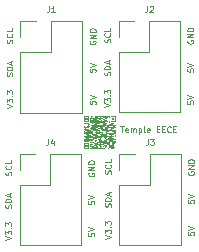
<source format=gbr>
%TF.GenerationSoftware,KiCad,Pcbnew,(6.0.7-1)-1*%
%TF.CreationDate,2022-10-12T15:16:06-04:00*%
%TF.ProjectId,Connection boardV1.0,436f6e6e-6563-4746-996f-6e20626f6172,rev?*%
%TF.SameCoordinates,Original*%
%TF.FileFunction,Legend,Top*%
%TF.FilePolarity,Positive*%
%FSLAX46Y46*%
G04 Gerber Fmt 4.6, Leading zero omitted, Abs format (unit mm)*
G04 Created by KiCad (PCBNEW (6.0.7-1)-1) date 2022-10-12 15:16:06*
%MOMM*%
%LPD*%
G01*
G04 APERTURE LIST*
%ADD10C,0.100000*%
G04 APERTURE END LIST*
D10*
X107589990Y-108451638D02*
X107589990Y-108689733D01*
X107828085Y-108713542D01*
X107804276Y-108689733D01*
X107780466Y-108642114D01*
X107780466Y-108523066D01*
X107804276Y-108475447D01*
X107828085Y-108451638D01*
X107875704Y-108427828D01*
X107994752Y-108427828D01*
X108042371Y-108451638D01*
X108066180Y-108475447D01*
X108089990Y-108523066D01*
X108089990Y-108642114D01*
X108066180Y-108689733D01*
X108042371Y-108713542D01*
X107589990Y-108284971D02*
X108089990Y-108118304D01*
X107589990Y-107951638D01*
X115921190Y-116808238D02*
X115921190Y-117046333D01*
X116159285Y-117070142D01*
X116135476Y-117046333D01*
X116111666Y-116998714D01*
X116111666Y-116879666D01*
X116135476Y-116832047D01*
X116159285Y-116808238D01*
X116206904Y-116784428D01*
X116325952Y-116784428D01*
X116373571Y-116808238D01*
X116397380Y-116832047D01*
X116421190Y-116879666D01*
X116421190Y-116998714D01*
X116397380Y-117046333D01*
X116373571Y-117070142D01*
X115921190Y-116641571D02*
X116421190Y-116474904D01*
X115921190Y-116308238D01*
X107488390Y-116909838D02*
X107488390Y-117147933D01*
X107726485Y-117171742D01*
X107702676Y-117147933D01*
X107678866Y-117100314D01*
X107678866Y-116981266D01*
X107702676Y-116933647D01*
X107726485Y-116909838D01*
X107774104Y-116886028D01*
X107893152Y-116886028D01*
X107940771Y-116909838D01*
X107964580Y-116933647D01*
X107988390Y-116981266D01*
X107988390Y-117100314D01*
X107964580Y-117147933D01*
X107940771Y-117171742D01*
X107488390Y-116743171D02*
X107988390Y-116576504D01*
X107488390Y-116409838D01*
X108885390Y-120065704D02*
X109385390Y-119899038D01*
X108885390Y-119732371D01*
X108885390Y-119613323D02*
X108885390Y-119303800D01*
X109075866Y-119470466D01*
X109075866Y-119399038D01*
X109099676Y-119351419D01*
X109123485Y-119327609D01*
X109171104Y-119303800D01*
X109290152Y-119303800D01*
X109337771Y-119327609D01*
X109361580Y-119351419D01*
X109385390Y-119399038D01*
X109385390Y-119541895D01*
X109361580Y-119589514D01*
X109337771Y-119613323D01*
X109337771Y-119089514D02*
X109361580Y-119065704D01*
X109385390Y-119089514D01*
X109361580Y-119113323D01*
X109337771Y-119089514D01*
X109385390Y-119089514D01*
X108885390Y-118899038D02*
X108885390Y-118589514D01*
X109075866Y-118756180D01*
X109075866Y-118684752D01*
X109099676Y-118637133D01*
X109123485Y-118613323D01*
X109171104Y-118589514D01*
X109290152Y-118589514D01*
X109337771Y-118613323D01*
X109361580Y-118637133D01*
X109385390Y-118684752D01*
X109385390Y-118827609D01*
X109361580Y-118875228D01*
X109337771Y-118899038D01*
X100554190Y-108991304D02*
X101054190Y-108824638D01*
X100554190Y-108657971D01*
X100554190Y-108538923D02*
X100554190Y-108229400D01*
X100744666Y-108396066D01*
X100744666Y-108324638D01*
X100768476Y-108277019D01*
X100792285Y-108253209D01*
X100839904Y-108229400D01*
X100958952Y-108229400D01*
X101006571Y-108253209D01*
X101030380Y-108277019D01*
X101054190Y-108324638D01*
X101054190Y-108467495D01*
X101030380Y-108515114D01*
X101006571Y-108538923D01*
X101006571Y-108015114D02*
X101030380Y-107991304D01*
X101054190Y-108015114D01*
X101030380Y-108038923D01*
X101006571Y-108015114D01*
X101054190Y-108015114D01*
X100554190Y-107824638D02*
X100554190Y-107515114D01*
X100744666Y-107681780D01*
X100744666Y-107610352D01*
X100768476Y-107562733D01*
X100792285Y-107538923D01*
X100839904Y-107515114D01*
X100958952Y-107515114D01*
X101006571Y-107538923D01*
X101030380Y-107562733D01*
X101054190Y-107610352D01*
X101054190Y-107753209D01*
X101030380Y-107800828D01*
X101006571Y-107824638D01*
X109310780Y-103465238D02*
X109334590Y-103393809D01*
X109334590Y-103274761D01*
X109310780Y-103227142D01*
X109286971Y-103203333D01*
X109239352Y-103179523D01*
X109191733Y-103179523D01*
X109144114Y-103203333D01*
X109120304Y-103227142D01*
X109096495Y-103274761D01*
X109072685Y-103370000D01*
X109048876Y-103417619D01*
X109025066Y-103441428D01*
X108977447Y-103465238D01*
X108929828Y-103465238D01*
X108882209Y-103441428D01*
X108858400Y-103417619D01*
X108834590Y-103370000D01*
X108834590Y-103250952D01*
X108858400Y-103179523D01*
X109286971Y-102679523D02*
X109310780Y-102703333D01*
X109334590Y-102774761D01*
X109334590Y-102822380D01*
X109310780Y-102893809D01*
X109263161Y-102941428D01*
X109215542Y-102965238D01*
X109120304Y-102989047D01*
X109048876Y-102989047D01*
X108953638Y-102965238D01*
X108906019Y-102941428D01*
X108858400Y-102893809D01*
X108834590Y-102822380D01*
X108834590Y-102774761D01*
X108858400Y-102703333D01*
X108882209Y-102679523D01*
X109334590Y-102227142D02*
X109334590Y-102465238D01*
X108834590Y-102465238D01*
X100452590Y-120167304D02*
X100952590Y-120000638D01*
X100452590Y-119833971D01*
X100452590Y-119714923D02*
X100452590Y-119405400D01*
X100643066Y-119572066D01*
X100643066Y-119500638D01*
X100666876Y-119453019D01*
X100690685Y-119429209D01*
X100738304Y-119405400D01*
X100857352Y-119405400D01*
X100904971Y-119429209D01*
X100928780Y-119453019D01*
X100952590Y-119500638D01*
X100952590Y-119643495D01*
X100928780Y-119691114D01*
X100904971Y-119714923D01*
X100904971Y-119191114D02*
X100928780Y-119167304D01*
X100952590Y-119191114D01*
X100928780Y-119214923D01*
X100904971Y-119191114D01*
X100952590Y-119191114D01*
X100452590Y-119000638D02*
X100452590Y-118691114D01*
X100643066Y-118857780D01*
X100643066Y-118786352D01*
X100666876Y-118738733D01*
X100690685Y-118714923D01*
X100738304Y-118691114D01*
X100857352Y-118691114D01*
X100904971Y-118714923D01*
X100928780Y-118738733D01*
X100952590Y-118786352D01*
X100952590Y-118929209D01*
X100928780Y-118976828D01*
X100904971Y-119000638D01*
X115945000Y-114401552D02*
X115921190Y-114449171D01*
X115921190Y-114520600D01*
X115945000Y-114592028D01*
X115992619Y-114639647D01*
X116040238Y-114663457D01*
X116135476Y-114687266D01*
X116206904Y-114687266D01*
X116302142Y-114663457D01*
X116349761Y-114639647D01*
X116397380Y-114592028D01*
X116421190Y-114520600D01*
X116421190Y-114472980D01*
X116397380Y-114401552D01*
X116373571Y-114377742D01*
X116206904Y-114377742D01*
X116206904Y-114472980D01*
X116421190Y-114163457D02*
X115921190Y-114163457D01*
X116421190Y-113877742D01*
X115921190Y-113877742D01*
X116421190Y-113639647D02*
X115921190Y-113639647D01*
X115921190Y-113520600D01*
X115945000Y-113449171D01*
X115992619Y-113401552D01*
X116040238Y-113377742D01*
X116135476Y-113353933D01*
X116206904Y-113353933D01*
X116302142Y-113377742D01*
X116349761Y-113401552D01*
X116397380Y-113449171D01*
X116421190Y-113520600D01*
X116421190Y-113639647D01*
X107613800Y-103327152D02*
X107589990Y-103374771D01*
X107589990Y-103446200D01*
X107613800Y-103517628D01*
X107661419Y-103565247D01*
X107709038Y-103589057D01*
X107804276Y-103612866D01*
X107875704Y-103612866D01*
X107970942Y-103589057D01*
X108018561Y-103565247D01*
X108066180Y-103517628D01*
X108089990Y-103446200D01*
X108089990Y-103398580D01*
X108066180Y-103327152D01*
X108042371Y-103303342D01*
X107875704Y-103303342D01*
X107875704Y-103398580D01*
X108089990Y-103089057D02*
X107589990Y-103089057D01*
X108089990Y-102803342D01*
X107589990Y-102803342D01*
X108089990Y-102565247D02*
X107589990Y-102565247D01*
X107589990Y-102446200D01*
X107613800Y-102374771D01*
X107661419Y-102327152D01*
X107709038Y-102303342D01*
X107804276Y-102279533D01*
X107875704Y-102279533D01*
X107970942Y-102303342D01*
X108018561Y-102327152D01*
X108066180Y-102374771D01*
X108089990Y-102446200D01*
X108089990Y-102565247D01*
X115870390Y-105683038D02*
X115870390Y-105921133D01*
X116108485Y-105944942D01*
X116084676Y-105921133D01*
X116060866Y-105873514D01*
X116060866Y-105754466D01*
X116084676Y-105706847D01*
X116108485Y-105683038D01*
X116156104Y-105659228D01*
X116275152Y-105659228D01*
X116322771Y-105683038D01*
X116346580Y-105706847D01*
X116370390Y-105754466D01*
X116370390Y-105873514D01*
X116346580Y-105921133D01*
X116322771Y-105944942D01*
X115870390Y-105516371D02*
X116370390Y-105349704D01*
X115870390Y-105183038D01*
X107589990Y-105733838D02*
X107589990Y-105971933D01*
X107828085Y-105995742D01*
X107804276Y-105971933D01*
X107780466Y-105924314D01*
X107780466Y-105805266D01*
X107804276Y-105757647D01*
X107828085Y-105733838D01*
X107875704Y-105710028D01*
X107994752Y-105710028D01*
X108042371Y-105733838D01*
X108066180Y-105757647D01*
X108089990Y-105805266D01*
X108089990Y-105924314D01*
X108066180Y-105971933D01*
X108042371Y-105995742D01*
X107589990Y-105567171D02*
X108089990Y-105400504D01*
X107589990Y-105233838D01*
X100928780Y-117472542D02*
X100952590Y-117401114D01*
X100952590Y-117282066D01*
X100928780Y-117234447D01*
X100904971Y-117210638D01*
X100857352Y-117186828D01*
X100809733Y-117186828D01*
X100762114Y-117210638D01*
X100738304Y-117234447D01*
X100714495Y-117282066D01*
X100690685Y-117377304D01*
X100666876Y-117424923D01*
X100643066Y-117448733D01*
X100595447Y-117472542D01*
X100547828Y-117472542D01*
X100500209Y-117448733D01*
X100476400Y-117424923D01*
X100452590Y-117377304D01*
X100452590Y-117258257D01*
X100476400Y-117186828D01*
X100952590Y-116972542D02*
X100452590Y-116972542D01*
X100452590Y-116853495D01*
X100476400Y-116782066D01*
X100524019Y-116734447D01*
X100571638Y-116710638D01*
X100666876Y-116686828D01*
X100738304Y-116686828D01*
X100833542Y-116710638D01*
X100881161Y-116734447D01*
X100928780Y-116782066D01*
X100952590Y-116853495D01*
X100952590Y-116972542D01*
X100809733Y-116496352D02*
X100809733Y-116258257D01*
X100952590Y-116543971D02*
X100452590Y-116377304D01*
X100952590Y-116210638D01*
X101030380Y-106296542D02*
X101054190Y-106225114D01*
X101054190Y-106106066D01*
X101030380Y-106058447D01*
X101006571Y-106034638D01*
X100958952Y-106010828D01*
X100911333Y-106010828D01*
X100863714Y-106034638D01*
X100839904Y-106058447D01*
X100816095Y-106106066D01*
X100792285Y-106201304D01*
X100768476Y-106248923D01*
X100744666Y-106272733D01*
X100697047Y-106296542D01*
X100649428Y-106296542D01*
X100601809Y-106272733D01*
X100578000Y-106248923D01*
X100554190Y-106201304D01*
X100554190Y-106082257D01*
X100578000Y-106010828D01*
X101054190Y-105796542D02*
X100554190Y-105796542D01*
X100554190Y-105677495D01*
X100578000Y-105606066D01*
X100625619Y-105558447D01*
X100673238Y-105534638D01*
X100768476Y-105510828D01*
X100839904Y-105510828D01*
X100935142Y-105534638D01*
X100982761Y-105558447D01*
X101030380Y-105606066D01*
X101054190Y-105677495D01*
X101054190Y-105796542D01*
X100911333Y-105320352D02*
X100911333Y-105082257D01*
X101054190Y-105367971D02*
X100554190Y-105201304D01*
X101054190Y-105034638D01*
X107512200Y-114503152D02*
X107488390Y-114550771D01*
X107488390Y-114622200D01*
X107512200Y-114693628D01*
X107559819Y-114741247D01*
X107607438Y-114765057D01*
X107702676Y-114788866D01*
X107774104Y-114788866D01*
X107869342Y-114765057D01*
X107916961Y-114741247D01*
X107964580Y-114693628D01*
X107988390Y-114622200D01*
X107988390Y-114574580D01*
X107964580Y-114503152D01*
X107940771Y-114479342D01*
X107774104Y-114479342D01*
X107774104Y-114574580D01*
X107988390Y-114265057D02*
X107488390Y-114265057D01*
X107988390Y-113979342D01*
X107488390Y-113979342D01*
X107988390Y-113741247D02*
X107488390Y-113741247D01*
X107488390Y-113622200D01*
X107512200Y-113550771D01*
X107559819Y-113503152D01*
X107607438Y-113479342D01*
X107702676Y-113455533D01*
X107774104Y-113455533D01*
X107869342Y-113479342D01*
X107916961Y-113503152D01*
X107964580Y-113550771D01*
X107988390Y-113622200D01*
X107988390Y-113741247D01*
X101030380Y-103516038D02*
X101054190Y-103444609D01*
X101054190Y-103325561D01*
X101030380Y-103277942D01*
X101006571Y-103254133D01*
X100958952Y-103230323D01*
X100911333Y-103230323D01*
X100863714Y-103254133D01*
X100839904Y-103277942D01*
X100816095Y-103325561D01*
X100792285Y-103420800D01*
X100768476Y-103468419D01*
X100744666Y-103492228D01*
X100697047Y-103516038D01*
X100649428Y-103516038D01*
X100601809Y-103492228D01*
X100578000Y-103468419D01*
X100554190Y-103420800D01*
X100554190Y-103301752D01*
X100578000Y-103230323D01*
X101006571Y-102730323D02*
X101030380Y-102754133D01*
X101054190Y-102825561D01*
X101054190Y-102873180D01*
X101030380Y-102944609D01*
X100982761Y-102992228D01*
X100935142Y-103016038D01*
X100839904Y-103039847D01*
X100768476Y-103039847D01*
X100673238Y-103016038D01*
X100625619Y-102992228D01*
X100578000Y-102944609D01*
X100554190Y-102873180D01*
X100554190Y-102825561D01*
X100578000Y-102754133D01*
X100601809Y-102730323D01*
X101054190Y-102277942D02*
X101054190Y-102516038D01*
X100554190Y-102516038D01*
X115921190Y-119526038D02*
X115921190Y-119764133D01*
X116159285Y-119787942D01*
X116135476Y-119764133D01*
X116111666Y-119716514D01*
X116111666Y-119597466D01*
X116135476Y-119549847D01*
X116159285Y-119526038D01*
X116206904Y-119502228D01*
X116325952Y-119502228D01*
X116373571Y-119526038D01*
X116397380Y-119549847D01*
X116421190Y-119597466D01*
X116421190Y-119716514D01*
X116397380Y-119764133D01*
X116373571Y-119787942D01*
X115921190Y-119359371D02*
X116421190Y-119192704D01*
X115921190Y-119026038D01*
X109310780Y-106245742D02*
X109334590Y-106174314D01*
X109334590Y-106055266D01*
X109310780Y-106007647D01*
X109286971Y-105983838D01*
X109239352Y-105960028D01*
X109191733Y-105960028D01*
X109144114Y-105983838D01*
X109120304Y-106007647D01*
X109096495Y-106055266D01*
X109072685Y-106150504D01*
X109048876Y-106198123D01*
X109025066Y-106221933D01*
X108977447Y-106245742D01*
X108929828Y-106245742D01*
X108882209Y-106221933D01*
X108858400Y-106198123D01*
X108834590Y-106150504D01*
X108834590Y-106031457D01*
X108858400Y-105960028D01*
X109334590Y-105745742D02*
X108834590Y-105745742D01*
X108834590Y-105626695D01*
X108858400Y-105555266D01*
X108906019Y-105507647D01*
X108953638Y-105483838D01*
X109048876Y-105460028D01*
X109120304Y-105460028D01*
X109215542Y-105483838D01*
X109263161Y-105507647D01*
X109310780Y-105555266D01*
X109334590Y-105626695D01*
X109334590Y-105745742D01*
X109191733Y-105269552D02*
X109191733Y-105031457D01*
X109334590Y-105317171D02*
X108834590Y-105150504D01*
X109334590Y-104983838D01*
X115894200Y-103276352D02*
X115870390Y-103323971D01*
X115870390Y-103395400D01*
X115894200Y-103466828D01*
X115941819Y-103514447D01*
X115989438Y-103538257D01*
X116084676Y-103562066D01*
X116156104Y-103562066D01*
X116251342Y-103538257D01*
X116298961Y-103514447D01*
X116346580Y-103466828D01*
X116370390Y-103395400D01*
X116370390Y-103347780D01*
X116346580Y-103276352D01*
X116322771Y-103252542D01*
X116156104Y-103252542D01*
X116156104Y-103347780D01*
X116370390Y-103038257D02*
X115870390Y-103038257D01*
X116370390Y-102752542D01*
X115870390Y-102752542D01*
X116370390Y-102514447D02*
X115870390Y-102514447D01*
X115870390Y-102395400D01*
X115894200Y-102323971D01*
X115941819Y-102276352D01*
X115989438Y-102252542D01*
X116084676Y-102228733D01*
X116156104Y-102228733D01*
X116251342Y-102252542D01*
X116298961Y-102276352D01*
X116346580Y-102323971D01*
X116370390Y-102395400D01*
X116370390Y-102514447D01*
X115870390Y-108400838D02*
X115870390Y-108638933D01*
X116108485Y-108662742D01*
X116084676Y-108638933D01*
X116060866Y-108591314D01*
X116060866Y-108472266D01*
X116084676Y-108424647D01*
X116108485Y-108400838D01*
X116156104Y-108377028D01*
X116275152Y-108377028D01*
X116322771Y-108400838D01*
X116346580Y-108424647D01*
X116370390Y-108472266D01*
X116370390Y-108591314D01*
X116346580Y-108638933D01*
X116322771Y-108662742D01*
X115870390Y-108234171D02*
X116370390Y-108067504D01*
X115870390Y-107900838D01*
X107488390Y-119627638D02*
X107488390Y-119865733D01*
X107726485Y-119889542D01*
X107702676Y-119865733D01*
X107678866Y-119818114D01*
X107678866Y-119699066D01*
X107702676Y-119651447D01*
X107726485Y-119627638D01*
X107774104Y-119603828D01*
X107893152Y-119603828D01*
X107940771Y-119627638D01*
X107964580Y-119651447D01*
X107988390Y-119699066D01*
X107988390Y-119818114D01*
X107964580Y-119865733D01*
X107940771Y-119889542D01*
X107488390Y-119460971D02*
X107988390Y-119294304D01*
X107488390Y-119127638D01*
X109361580Y-114590438D02*
X109385390Y-114519009D01*
X109385390Y-114399961D01*
X109361580Y-114352342D01*
X109337771Y-114328533D01*
X109290152Y-114304723D01*
X109242533Y-114304723D01*
X109194914Y-114328533D01*
X109171104Y-114352342D01*
X109147295Y-114399961D01*
X109123485Y-114495200D01*
X109099676Y-114542819D01*
X109075866Y-114566628D01*
X109028247Y-114590438D01*
X108980628Y-114590438D01*
X108933009Y-114566628D01*
X108909200Y-114542819D01*
X108885390Y-114495200D01*
X108885390Y-114376152D01*
X108909200Y-114304723D01*
X109337771Y-113804723D02*
X109361580Y-113828533D01*
X109385390Y-113899961D01*
X109385390Y-113947580D01*
X109361580Y-114019009D01*
X109313961Y-114066628D01*
X109266342Y-114090438D01*
X109171104Y-114114247D01*
X109099676Y-114114247D01*
X109004438Y-114090438D01*
X108956819Y-114066628D01*
X108909200Y-114019009D01*
X108885390Y-113947580D01*
X108885390Y-113899961D01*
X108909200Y-113828533D01*
X108933009Y-113804723D01*
X109385390Y-113352342D02*
X109385390Y-113590438D01*
X108885390Y-113590438D01*
X100928780Y-114692038D02*
X100952590Y-114620609D01*
X100952590Y-114501561D01*
X100928780Y-114453942D01*
X100904971Y-114430133D01*
X100857352Y-114406323D01*
X100809733Y-114406323D01*
X100762114Y-114430133D01*
X100738304Y-114453942D01*
X100714495Y-114501561D01*
X100690685Y-114596800D01*
X100666876Y-114644419D01*
X100643066Y-114668228D01*
X100595447Y-114692038D01*
X100547828Y-114692038D01*
X100500209Y-114668228D01*
X100476400Y-114644419D01*
X100452590Y-114596800D01*
X100452590Y-114477752D01*
X100476400Y-114406323D01*
X100904971Y-113906323D02*
X100928780Y-113930133D01*
X100952590Y-114001561D01*
X100952590Y-114049180D01*
X100928780Y-114120609D01*
X100881161Y-114168228D01*
X100833542Y-114192038D01*
X100738304Y-114215847D01*
X100666876Y-114215847D01*
X100571638Y-114192038D01*
X100524019Y-114168228D01*
X100476400Y-114120609D01*
X100452590Y-114049180D01*
X100452590Y-114001561D01*
X100476400Y-113930133D01*
X100500209Y-113906323D01*
X100952590Y-113453942D02*
X100952590Y-113692038D01*
X100452590Y-113692038D01*
X109361580Y-117370942D02*
X109385390Y-117299514D01*
X109385390Y-117180466D01*
X109361580Y-117132847D01*
X109337771Y-117109038D01*
X109290152Y-117085228D01*
X109242533Y-117085228D01*
X109194914Y-117109038D01*
X109171104Y-117132847D01*
X109147295Y-117180466D01*
X109123485Y-117275704D01*
X109099676Y-117323323D01*
X109075866Y-117347133D01*
X109028247Y-117370942D01*
X108980628Y-117370942D01*
X108933009Y-117347133D01*
X108909200Y-117323323D01*
X108885390Y-117275704D01*
X108885390Y-117156657D01*
X108909200Y-117085228D01*
X109385390Y-116870942D02*
X108885390Y-116870942D01*
X108885390Y-116751895D01*
X108909200Y-116680466D01*
X108956819Y-116632847D01*
X109004438Y-116609038D01*
X109099676Y-116585228D01*
X109171104Y-116585228D01*
X109266342Y-116609038D01*
X109313961Y-116632847D01*
X109361580Y-116680466D01*
X109385390Y-116751895D01*
X109385390Y-116870942D01*
X109242533Y-116394752D02*
X109242533Y-116156657D01*
X109385390Y-116442371D02*
X108885390Y-116275704D01*
X109385390Y-116109038D01*
X108834590Y-108940504D02*
X109334590Y-108773838D01*
X108834590Y-108607171D01*
X108834590Y-108488123D02*
X108834590Y-108178600D01*
X109025066Y-108345266D01*
X109025066Y-108273838D01*
X109048876Y-108226219D01*
X109072685Y-108202409D01*
X109120304Y-108178600D01*
X109239352Y-108178600D01*
X109286971Y-108202409D01*
X109310780Y-108226219D01*
X109334590Y-108273838D01*
X109334590Y-108416695D01*
X109310780Y-108464314D01*
X109286971Y-108488123D01*
X109286971Y-107964314D02*
X109310780Y-107940504D01*
X109334590Y-107964314D01*
X109310780Y-107988123D01*
X109286971Y-107964314D01*
X109334590Y-107964314D01*
X108834590Y-107773838D02*
X108834590Y-107464314D01*
X109025066Y-107630980D01*
X109025066Y-107559552D01*
X109048876Y-107511933D01*
X109072685Y-107488123D01*
X109120304Y-107464314D01*
X109239352Y-107464314D01*
X109286971Y-107488123D01*
X109310780Y-107511933D01*
X109334590Y-107559552D01*
X109334590Y-107702409D01*
X109310780Y-107750028D01*
X109286971Y-107773838D01*
%TO.C,Temple EECE*%
X110191847Y-110571790D02*
X110477561Y-110571790D01*
X110334704Y-111071790D02*
X110334704Y-110571790D01*
X110834704Y-111047980D02*
X110787085Y-111071790D01*
X110691847Y-111071790D01*
X110644228Y-111047980D01*
X110620419Y-111000361D01*
X110620419Y-110809885D01*
X110644228Y-110762266D01*
X110691847Y-110738457D01*
X110787085Y-110738457D01*
X110834704Y-110762266D01*
X110858514Y-110809885D01*
X110858514Y-110857504D01*
X110620419Y-110905123D01*
X111072800Y-111071790D02*
X111072800Y-110738457D01*
X111072800Y-110786076D02*
X111096609Y-110762266D01*
X111144228Y-110738457D01*
X111215657Y-110738457D01*
X111263276Y-110762266D01*
X111287085Y-110809885D01*
X111287085Y-111071790D01*
X111287085Y-110809885D02*
X111310895Y-110762266D01*
X111358514Y-110738457D01*
X111429942Y-110738457D01*
X111477561Y-110762266D01*
X111501371Y-110809885D01*
X111501371Y-111071790D01*
X111739466Y-110738457D02*
X111739466Y-111238457D01*
X111739466Y-110762266D02*
X111787085Y-110738457D01*
X111882323Y-110738457D01*
X111929942Y-110762266D01*
X111953752Y-110786076D01*
X111977561Y-110833695D01*
X111977561Y-110976552D01*
X111953752Y-111024171D01*
X111929942Y-111047980D01*
X111882323Y-111071790D01*
X111787085Y-111071790D01*
X111739466Y-111047980D01*
X112263276Y-111071790D02*
X112215657Y-111047980D01*
X112191847Y-111000361D01*
X112191847Y-110571790D01*
X112644228Y-111047980D02*
X112596609Y-111071790D01*
X112501371Y-111071790D01*
X112453752Y-111047980D01*
X112429942Y-111000361D01*
X112429942Y-110809885D01*
X112453752Y-110762266D01*
X112501371Y-110738457D01*
X112596609Y-110738457D01*
X112644228Y-110762266D01*
X112668038Y-110809885D01*
X112668038Y-110857504D01*
X112429942Y-110905123D01*
X113263276Y-110809885D02*
X113429942Y-110809885D01*
X113501371Y-111071790D02*
X113263276Y-111071790D01*
X113263276Y-110571790D01*
X113501371Y-110571790D01*
X113715657Y-110809885D02*
X113882323Y-110809885D01*
X113953752Y-111071790D02*
X113715657Y-111071790D01*
X113715657Y-110571790D01*
X113953752Y-110571790D01*
X114453752Y-111024171D02*
X114429942Y-111047980D01*
X114358514Y-111071790D01*
X114310895Y-111071790D01*
X114239466Y-111047980D01*
X114191847Y-111000361D01*
X114168038Y-110952742D01*
X114144228Y-110857504D01*
X114144228Y-110786076D01*
X114168038Y-110690838D01*
X114191847Y-110643219D01*
X114239466Y-110595600D01*
X114310895Y-110571790D01*
X114358514Y-110571790D01*
X114429942Y-110595600D01*
X114453752Y-110619409D01*
X114668038Y-110809885D02*
X114834704Y-110809885D01*
X114906133Y-111071790D02*
X114668038Y-111071790D01*
X114668038Y-110571790D01*
X114906133Y-110571790D01*
%TO.C,J3*%
X112543533Y-111634990D02*
X112543533Y-111992133D01*
X112519723Y-112063561D01*
X112472104Y-112111180D01*
X112400676Y-112134990D01*
X112353057Y-112134990D01*
X112734009Y-111634990D02*
X113043533Y-111634990D01*
X112876866Y-111825466D01*
X112948295Y-111825466D01*
X112995914Y-111849276D01*
X113019723Y-111873085D01*
X113043533Y-111920704D01*
X113043533Y-112039752D01*
X113019723Y-112087371D01*
X112995914Y-112111180D01*
X112948295Y-112134990D01*
X112805438Y-112134990D01*
X112757819Y-112111180D01*
X112734009Y-112087371D01*
%TO.C,J2*%
X112467333Y-100382790D02*
X112467333Y-100739933D01*
X112443523Y-100811361D01*
X112395904Y-100858980D01*
X112324476Y-100882790D01*
X112276857Y-100882790D01*
X112681619Y-100430409D02*
X112705428Y-100406600D01*
X112753047Y-100382790D01*
X112872095Y-100382790D01*
X112919714Y-100406600D01*
X112943523Y-100430409D01*
X112967333Y-100478028D01*
X112967333Y-100525647D01*
X112943523Y-100597076D01*
X112657809Y-100882790D01*
X112967333Y-100882790D01*
%TO.C,J1*%
X104141133Y-100393190D02*
X104141133Y-100750333D01*
X104117323Y-100821761D01*
X104069704Y-100869380D01*
X103998276Y-100893190D01*
X103950657Y-100893190D01*
X104641133Y-100893190D02*
X104355419Y-100893190D01*
X104498276Y-100893190D02*
X104498276Y-100393190D01*
X104450657Y-100464619D01*
X104403038Y-100512238D01*
X104355419Y-100536047D01*
%TO.C,J4*%
X104085333Y-111634990D02*
X104085333Y-111992133D01*
X104061523Y-112063561D01*
X104013904Y-112111180D01*
X103942476Y-112134990D01*
X103894857Y-112134990D01*
X104537714Y-111801657D02*
X104537714Y-112134990D01*
X104418666Y-111611180D02*
X104299619Y-111968323D01*
X104609142Y-111968323D01*
%TO.C,Temple EECE*%
G36*
X109159515Y-110201115D02*
G01*
X109091333Y-110201115D01*
X109091333Y-110132933D01*
X109159515Y-110132933D01*
X109159515Y-110201115D01*
G37*
G36*
X109293171Y-110166645D02*
G01*
X109293289Y-110179458D01*
X109293345Y-110194047D01*
X109293340Y-110209159D01*
X109293273Y-110223540D01*
X109293170Y-110234069D01*
X109292735Y-110267781D01*
X109224666Y-110267781D01*
X109224666Y-110132933D01*
X109292737Y-110132933D01*
X109293171Y-110166645D01*
G37*
G36*
X109293171Y-109766645D02*
G01*
X109293289Y-109779458D01*
X109293345Y-109794047D01*
X109293340Y-109809159D01*
X109293273Y-109823540D01*
X109293170Y-109834069D01*
X109292735Y-109867781D01*
X109224666Y-109867781D01*
X109224666Y-109801054D01*
X109160272Y-109801872D01*
X109159864Y-109834827D01*
X109159456Y-109867781D01*
X109091333Y-109867781D01*
X109091333Y-109732933D01*
X109292737Y-109732933D01*
X109293171Y-109766645D01*
G37*
G36*
X109692848Y-110266266D02*
G01*
X109692848Y-110332933D01*
X109826181Y-110332933D01*
X109826181Y-110401115D01*
X109793606Y-110401159D01*
X109781447Y-110401173D01*
X109767418Y-110401186D01*
X109752680Y-110401195D01*
X109738393Y-110401202D01*
X109726181Y-110401204D01*
X109713337Y-110401201D01*
X109698852Y-110401195D01*
X109683909Y-110401185D01*
X109669693Y-110401173D01*
X109658000Y-110401159D01*
X109624666Y-110401115D01*
X109624666Y-110334388D01*
X109560272Y-110335206D01*
X109559534Y-110466266D01*
X109626181Y-110466266D01*
X109626181Y-110532933D01*
X109691333Y-110532933D01*
X109691333Y-110466266D01*
X109826181Y-110466266D01*
X109826181Y-110534389D01*
X109793227Y-110534797D01*
X109760272Y-110535206D01*
X109759454Y-110599600D01*
X109826181Y-110599600D01*
X109826181Y-110667669D01*
X109792469Y-110668104D01*
X109779656Y-110668222D01*
X109765067Y-110668278D01*
X109749955Y-110668273D01*
X109735574Y-110668207D01*
X109725045Y-110668105D01*
X109691333Y-110667671D01*
X109691333Y-110601054D01*
X109626939Y-110601872D01*
X109626583Y-110700736D01*
X109626228Y-110799600D01*
X109692848Y-110799600D01*
X109692848Y-110866266D01*
X109826181Y-110866266D01*
X109826181Y-110934448D01*
X109793227Y-110934489D01*
X109785790Y-110934502D01*
X109775695Y-110934524D01*
X109763314Y-110934555D01*
X109749018Y-110934593D01*
X109733181Y-110934638D01*
X109716174Y-110934689D01*
X109698370Y-110934744D01*
X109680139Y-110934802D01*
X109661855Y-110934862D01*
X109660272Y-110934868D01*
X109560272Y-110935206D01*
X109559454Y-110999600D01*
X109626181Y-110999600D01*
X109626181Y-111066266D01*
X109691333Y-111066266D01*
X109691333Y-110999600D01*
X109826181Y-110999600D01*
X109826237Y-111033312D01*
X109826264Y-111054201D01*
X109826275Y-111074543D01*
X109826270Y-111094120D01*
X109826252Y-111112717D01*
X109826221Y-111130117D01*
X109826176Y-111146104D01*
X109826120Y-111160463D01*
X109826053Y-111172976D01*
X109825975Y-111183427D01*
X109825888Y-111191601D01*
X109825792Y-111197281D01*
X109825688Y-111200251D01*
X109825636Y-111200650D01*
X109824073Y-111200743D01*
X109819732Y-111200842D01*
X109812867Y-111200943D01*
X109803728Y-111201045D01*
X109792570Y-111201146D01*
X109779644Y-111201243D01*
X109765203Y-111201334D01*
X109749500Y-111201418D01*
X109732787Y-111201491D01*
X109726032Y-111201517D01*
X109626939Y-111201872D01*
X109626570Y-111267403D01*
X109626201Y-111332933D01*
X109692848Y-111332933D01*
X109692848Y-111401056D01*
X109659893Y-111401464D01*
X109626939Y-111401872D01*
X109626531Y-111434827D01*
X109626122Y-111467781D01*
X109593197Y-111467848D01*
X109580607Y-111467887D01*
X109566233Y-111467953D01*
X109551322Y-111468040D01*
X109537121Y-111468140D01*
X109526939Y-111468227D01*
X109493606Y-111468539D01*
X109492788Y-111532933D01*
X109626181Y-111532933D01*
X109626181Y-111599600D01*
X109692848Y-111599600D01*
X109692848Y-111666266D01*
X109826181Y-111666266D01*
X109826181Y-111734335D01*
X109792469Y-111734770D01*
X109779656Y-111734888D01*
X109765067Y-111734945D01*
X109749955Y-111734940D01*
X109735574Y-111734874D01*
X109725045Y-111734771D01*
X109691333Y-111734337D01*
X109691333Y-111667721D01*
X109626939Y-111668539D01*
X109626531Y-111701464D01*
X109626122Y-111734389D01*
X109593197Y-111734797D01*
X109560272Y-111735206D01*
X109559454Y-111799600D01*
X109626181Y-111799600D01*
X109626181Y-111866266D01*
X109692848Y-111866266D01*
X109692848Y-111932933D01*
X109758000Y-111932933D01*
X109758000Y-111799600D01*
X109826181Y-111799600D01*
X109826226Y-111832933D01*
X109826240Y-111845374D01*
X109826252Y-111859660D01*
X109826262Y-111874609D01*
X109826268Y-111889035D01*
X109826270Y-111901115D01*
X109826268Y-111913874D01*
X109826262Y-111928195D01*
X109826252Y-111942919D01*
X109826240Y-111956885D01*
X109826226Y-111968509D01*
X109826181Y-112001056D01*
X109793227Y-112001464D01*
X109760272Y-112001872D01*
X109759864Y-112034827D01*
X109759456Y-112067781D01*
X109691333Y-112067781D01*
X109691333Y-111934388D01*
X109626939Y-111935206D01*
X109626583Y-112034069D01*
X109626228Y-112132933D01*
X109692848Y-112132933D01*
X109692904Y-112166645D01*
X109692914Y-112175753D01*
X109692920Y-112187338D01*
X109692922Y-112200845D01*
X109692920Y-112215721D01*
X109692914Y-112231412D01*
X109692904Y-112247364D01*
X109692891Y-112263023D01*
X109692887Y-112266645D01*
X109692814Y-112332933D01*
X109759515Y-112332933D01*
X109759515Y-112401056D01*
X109726560Y-112401464D01*
X109693606Y-112401872D01*
X109693197Y-112434827D01*
X109692789Y-112467781D01*
X109624666Y-112467781D01*
X109624666Y-112401054D01*
X109560272Y-112401872D01*
X109559864Y-112434827D01*
X109559456Y-112467781D01*
X109526909Y-112467826D01*
X109514762Y-112467840D01*
X109500743Y-112467852D01*
X109486013Y-112467862D01*
X109471732Y-112467868D01*
X109459515Y-112467870D01*
X109446671Y-112467868D01*
X109432185Y-112467862D01*
X109417242Y-112467852D01*
X109403026Y-112467839D01*
X109391333Y-112467826D01*
X109358000Y-112467781D01*
X109358000Y-112401134D01*
X109292469Y-112401503D01*
X109226939Y-112401872D01*
X109226531Y-112434827D01*
X109226122Y-112467781D01*
X109158000Y-112467781D01*
X109158000Y-112399600D01*
X109224666Y-112399600D01*
X109359454Y-112399600D01*
X109491333Y-112399600D01*
X109626121Y-112399600D01*
X109691333Y-112399600D01*
X109691333Y-112334388D01*
X109626939Y-112335206D01*
X109626121Y-112399600D01*
X109491333Y-112399600D01*
X109491333Y-112334468D01*
X109425803Y-112334837D01*
X109360272Y-112335206D01*
X109359454Y-112399600D01*
X109224666Y-112399600D01*
X109224666Y-112332933D01*
X109559454Y-112332933D01*
X109624666Y-112332933D01*
X109624666Y-112267721D01*
X109560272Y-112268539D01*
X109559454Y-112332933D01*
X109224666Y-112332933D01*
X109224666Y-112267801D01*
X109093606Y-112268539D01*
X109093197Y-112301493D01*
X109092789Y-112334448D01*
X109059864Y-112334515D01*
X109047273Y-112334554D01*
X109032899Y-112334620D01*
X109017989Y-112334707D01*
X109003787Y-112334807D01*
X108993606Y-112334893D01*
X108960272Y-112335206D01*
X108959456Y-112401056D01*
X108893606Y-112401872D01*
X108893197Y-112434827D01*
X108892789Y-112467781D01*
X108860243Y-112467826D01*
X108848095Y-112467840D01*
X108834076Y-112467852D01*
X108819346Y-112467862D01*
X108805065Y-112467868D01*
X108792848Y-112467870D01*
X108780004Y-112467868D01*
X108765518Y-112467862D01*
X108750575Y-112467852D01*
X108736360Y-112467839D01*
X108724666Y-112467826D01*
X108691333Y-112467781D01*
X108691333Y-112399600D01*
X108891333Y-112399600D01*
X108891333Y-112266266D01*
X108958000Y-112266266D01*
X109026121Y-112266266D01*
X109558000Y-112266266D01*
X109558000Y-112201054D01*
X109493606Y-112201872D01*
X109492788Y-112266266D01*
X109424666Y-112266266D01*
X109424666Y-112201054D01*
X109360272Y-112201872D01*
X109359454Y-112266266D01*
X109291333Y-112266266D01*
X109291333Y-112201054D01*
X109226939Y-112201872D01*
X109226121Y-112266266D01*
X109091333Y-112266266D01*
X109091333Y-112201054D01*
X109026939Y-112201872D01*
X109026121Y-112266266D01*
X108958000Y-112266266D01*
X108958000Y-112200963D01*
X108925045Y-112201119D01*
X108912521Y-112201165D01*
X108898194Y-112201197D01*
X108883293Y-112201212D01*
X108869046Y-112201211D01*
X108858378Y-112201195D01*
X108824666Y-112201115D01*
X108824666Y-112134448D01*
X108758000Y-112134448D01*
X108758000Y-112132933D01*
X108826121Y-112132933D01*
X108959515Y-112132933D01*
X108959515Y-112199600D01*
X109024666Y-112199600D01*
X109092788Y-112199600D01*
X109224666Y-112199600D01*
X109559454Y-112199600D01*
X109624666Y-112199600D01*
X109624666Y-112134388D01*
X109560272Y-112135206D01*
X109559454Y-112199600D01*
X109224666Y-112199600D01*
X109224666Y-112134468D01*
X109093606Y-112135206D01*
X109092788Y-112199600D01*
X109024666Y-112199600D01*
X109024666Y-112132933D01*
X109091333Y-112132933D01*
X109292894Y-112132933D01*
X109491333Y-112132933D01*
X109491333Y-111934494D01*
X109392469Y-111934850D01*
X109293606Y-111935206D01*
X109293250Y-112034069D01*
X109292894Y-112132933D01*
X109091333Y-112132933D01*
X109091333Y-112066266D01*
X109158000Y-112066266D01*
X109158000Y-112001115D01*
X109091333Y-112001115D01*
X109091333Y-111934388D01*
X109026939Y-111935206D01*
X109026570Y-112000979D01*
X109026480Y-112014791D01*
X109026374Y-112027643D01*
X109026255Y-112039222D01*
X109026128Y-112049218D01*
X109025997Y-112057319D01*
X109025866Y-112063214D01*
X109025740Y-112066592D01*
X109025663Y-112067290D01*
X109024095Y-112067387D01*
X109019750Y-112067490D01*
X109012880Y-112067596D01*
X109003737Y-112067701D01*
X108992575Y-112067805D01*
X108979646Y-112067905D01*
X108965202Y-112067999D01*
X108949497Y-112068084D01*
X108932782Y-112068158D01*
X108926032Y-112068183D01*
X108826939Y-112068539D01*
X108826121Y-112132933D01*
X108758000Y-112132933D01*
X108758000Y-112067781D01*
X108691333Y-112067781D01*
X108691333Y-112001115D01*
X108624666Y-112001115D01*
X108624666Y-111999600D01*
X108692788Y-111999600D01*
X108758000Y-111999600D01*
X108892868Y-111999600D01*
X108958000Y-111999600D01*
X108958000Y-111932933D01*
X109024666Y-111932933D01*
X109024666Y-111867801D01*
X108893606Y-111868539D01*
X108893237Y-111934069D01*
X108892868Y-111999600D01*
X108758000Y-111999600D01*
X108758000Y-111934388D01*
X108693606Y-111935206D01*
X108692788Y-111999600D01*
X108624666Y-111999600D01*
X108624666Y-111934388D01*
X108560272Y-111935206D01*
X108559534Y-112066266D01*
X108626181Y-112066266D01*
X108626181Y-112134389D01*
X108593227Y-112134797D01*
X108560272Y-112135206D01*
X108559454Y-112199600D01*
X108692848Y-112199600D01*
X108692848Y-112267722D01*
X108659893Y-112268131D01*
X108626939Y-112268539D01*
X108626531Y-112301464D01*
X108626122Y-112334389D01*
X108593197Y-112334797D01*
X108560272Y-112335206D01*
X108559454Y-112399600D01*
X108626181Y-112399600D01*
X108626181Y-112467781D01*
X108558000Y-112467781D01*
X108558000Y-112401134D01*
X108492469Y-112401503D01*
X108426939Y-112401872D01*
X108426531Y-112434827D01*
X108426122Y-112467781D01*
X108358000Y-112467781D01*
X108358000Y-112399600D01*
X108424666Y-112399600D01*
X108424666Y-112267801D01*
X108293606Y-112268539D01*
X108293250Y-112367632D01*
X108293182Y-112384669D01*
X108293105Y-112400794D01*
X108293020Y-112415753D01*
X108292931Y-112429296D01*
X108292838Y-112441168D01*
X108292744Y-112451119D01*
X108292651Y-112458895D01*
X108292561Y-112464244D01*
X108292476Y-112466914D01*
X108292444Y-112467175D01*
X108290821Y-112467323D01*
X108286443Y-112467457D01*
X108279583Y-112467577D01*
X108270516Y-112467680D01*
X108259518Y-112467765D01*
X108246862Y-112467829D01*
X108232823Y-112467871D01*
X108217676Y-112467888D01*
X108201694Y-112467880D01*
X108191712Y-112467861D01*
X108158000Y-112467781D01*
X108158000Y-112399600D01*
X108224666Y-112399600D01*
X108224666Y-112334468D01*
X108093606Y-112335206D01*
X108093293Y-112368539D01*
X108093188Y-112381244D01*
X108093090Y-112395677D01*
X108093006Y-112410591D01*
X108092944Y-112424739D01*
X108092915Y-112434827D01*
X108092848Y-112467781D01*
X108024666Y-112467781D01*
X108024666Y-112332933D01*
X108091333Y-112332933D01*
X108091333Y-112267781D01*
X108024666Y-112267781D01*
X108024666Y-112201115D01*
X107958000Y-112201115D01*
X107958000Y-112199600D01*
X108026121Y-112199600D01*
X108092848Y-112199600D01*
X108092848Y-112266266D01*
X108158000Y-112266266D01*
X108158000Y-112199600D01*
X108226121Y-112199600D01*
X108491333Y-112199600D01*
X108491333Y-112134388D01*
X108426939Y-112135206D01*
X108426121Y-112199600D01*
X108358000Y-112199600D01*
X108358000Y-112134468D01*
X108292469Y-112134837D01*
X108226939Y-112135206D01*
X108226121Y-112199600D01*
X108158000Y-112199600D01*
X108158000Y-112134468D01*
X108092469Y-112134837D01*
X108026939Y-112135206D01*
X108026121Y-112199600D01*
X107958000Y-112199600D01*
X107958000Y-112132933D01*
X108024666Y-112132933D01*
X108024666Y-112067781D01*
X107958000Y-112067781D01*
X107958000Y-112001115D01*
X107891333Y-112001115D01*
X107891333Y-111934388D01*
X107826939Y-111935206D01*
X107826201Y-112066266D01*
X107892848Y-112066266D01*
X107892848Y-112134448D01*
X107859893Y-112134496D01*
X107850991Y-112134515D01*
X107839603Y-112134548D01*
X107826273Y-112134593D01*
X107811544Y-112134649D01*
X107795962Y-112134712D01*
X107780070Y-112134781D01*
X107764413Y-112134855D01*
X107760272Y-112134875D01*
X107693606Y-112135206D01*
X107692788Y-112199600D01*
X107892848Y-112199600D01*
X107892848Y-112266266D01*
X107959515Y-112266266D01*
X107959559Y-112299600D01*
X107959573Y-112312040D01*
X107959586Y-112326327D01*
X107959595Y-112341276D01*
X107959602Y-112355701D01*
X107959604Y-112367781D01*
X107959601Y-112380544D01*
X107959595Y-112394871D01*
X107959585Y-112409603D01*
X107959573Y-112423579D01*
X107959559Y-112435206D01*
X107959515Y-112467781D01*
X107891333Y-112467781D01*
X107891333Y-112401134D01*
X107825803Y-112401503D01*
X107760272Y-112401872D01*
X107759864Y-112434827D01*
X107759456Y-112467781D01*
X107727791Y-112467781D01*
X107718208Y-112467799D01*
X107709595Y-112467850D01*
X107702433Y-112467928D01*
X107697205Y-112468027D01*
X107694393Y-112468141D01*
X107694108Y-112468175D01*
X107692059Y-112468271D01*
X107687445Y-112468321D01*
X107680731Y-112468325D01*
X107672382Y-112468284D01*
X107662863Y-112468198D01*
X107658378Y-112468146D01*
X107624666Y-112467723D01*
X107624666Y-112399600D01*
X107758000Y-112399600D01*
X107758000Y-112267721D01*
X107693606Y-112268539D01*
X107693197Y-112301493D01*
X107692789Y-112334448D01*
X107624666Y-112334448D01*
X107624666Y-112066266D01*
X107758000Y-112066266D01*
X107758000Y-111932933D01*
X107824666Y-111932933D01*
X107824666Y-111867781D01*
X107758000Y-111867781D01*
X107758000Y-111866266D01*
X107826121Y-111866266D01*
X107959515Y-111866266D01*
X107959595Y-111899978D01*
X107959612Y-111912707D01*
X107959611Y-111927132D01*
X107959593Y-111942025D01*
X107959559Y-111956158D01*
X107959519Y-111966645D01*
X107959363Y-111999600D01*
X108026181Y-111999600D01*
X108026181Y-112066266D01*
X108091333Y-112066266D01*
X108091333Y-111999600D01*
X108159515Y-111999600D01*
X108159515Y-112066266D01*
X108224666Y-112066266D01*
X108292788Y-112066266D01*
X108491333Y-112066266D01*
X108491333Y-112001161D01*
X108392469Y-112001517D01*
X108293606Y-112001872D01*
X108292788Y-112066266D01*
X108224666Y-112066266D01*
X108224666Y-111866266D01*
X108292848Y-111866266D01*
X108292848Y-111932933D01*
X108358000Y-111932933D01*
X108426121Y-111932933D01*
X108558000Y-111932933D01*
X108558000Y-111867801D01*
X108492469Y-111868170D01*
X108426939Y-111868539D01*
X108426121Y-111932933D01*
X108358000Y-111932933D01*
X108358000Y-111799600D01*
X108426121Y-111799600D01*
X108491333Y-111799600D01*
X108491333Y-111734388D01*
X108426939Y-111735206D01*
X108426121Y-111799600D01*
X108358000Y-111799600D01*
X108358000Y-111734448D01*
X108291333Y-111734448D01*
X108291333Y-111667748D01*
X108225045Y-111667820D01*
X108209537Y-111667835D01*
X108193604Y-111667846D01*
X108177801Y-111667853D01*
X108162681Y-111667856D01*
X108148798Y-111667855D01*
X108136705Y-111667849D01*
X108126958Y-111667840D01*
X108125045Y-111667837D01*
X108091333Y-111667781D01*
X108091333Y-111599600D01*
X108226121Y-111599600D01*
X108359515Y-111599600D01*
X108359595Y-111633312D01*
X108359612Y-111646040D01*
X108359611Y-111660465D01*
X108359593Y-111675358D01*
X108359559Y-111689491D01*
X108359519Y-111699978D01*
X108359363Y-111732933D01*
X108424666Y-111732933D01*
X108559454Y-111732933D01*
X108626181Y-111732933D01*
X108626237Y-111766645D01*
X108626247Y-111775753D01*
X108626254Y-111787338D01*
X108626256Y-111800845D01*
X108626254Y-111815721D01*
X108626248Y-111831412D01*
X108626238Y-111847364D01*
X108626224Y-111863023D01*
X108626220Y-111866645D01*
X108626148Y-111932933D01*
X108691333Y-111932933D01*
X108691333Y-111799600D01*
X108759515Y-111799600D01*
X108759515Y-111866266D01*
X108824666Y-111866266D01*
X109026201Y-111866266D01*
X109092848Y-111866266D01*
X109092848Y-111932933D01*
X109159515Y-111932933D01*
X109159515Y-111999600D01*
X109224666Y-111999600D01*
X109224666Y-111734494D01*
X109125803Y-111734850D01*
X109026939Y-111735206D01*
X109026201Y-111866266D01*
X108824666Y-111866266D01*
X108824666Y-111732933D01*
X108958000Y-111732933D01*
X108958000Y-111666266D01*
X109024666Y-111666266D01*
X109024666Y-111599600D01*
X109092848Y-111599600D01*
X109092848Y-111666266D01*
X109158000Y-111666266D01*
X109292788Y-111666266D01*
X109426181Y-111666266D01*
X109426181Y-111732933D01*
X109491333Y-111732933D01*
X109491333Y-111666266D01*
X109558000Y-111666266D01*
X109558000Y-111601115D01*
X109491333Y-111601115D01*
X109491333Y-111534448D01*
X109424666Y-111534448D01*
X109424666Y-111467801D01*
X109293606Y-111468539D01*
X109292788Y-111532933D01*
X109359515Y-111532933D01*
X109359515Y-111601056D01*
X109326560Y-111601464D01*
X109293606Y-111601872D01*
X109292788Y-111666266D01*
X109158000Y-111666266D01*
X109158000Y-111532933D01*
X109224666Y-111532933D01*
X109224666Y-111467828D01*
X109125803Y-111468183D01*
X109026939Y-111468539D01*
X109026531Y-111501464D01*
X109026122Y-111534389D01*
X108993197Y-111534797D01*
X108960272Y-111535206D01*
X108959456Y-111601056D01*
X108893606Y-111601872D01*
X108893197Y-111634827D01*
X108892789Y-111667781D01*
X108859864Y-111667848D01*
X108847273Y-111667887D01*
X108832899Y-111667953D01*
X108817989Y-111668040D01*
X108803787Y-111668140D01*
X108793606Y-111668227D01*
X108760272Y-111668539D01*
X108759864Y-111701493D01*
X108759456Y-111734448D01*
X108691333Y-111734448D01*
X108691333Y-111667801D01*
X108625803Y-111668170D01*
X108560272Y-111668539D01*
X108559454Y-111732933D01*
X108424666Y-111732933D01*
X108424666Y-111666266D01*
X108558000Y-111666266D01*
X108692788Y-111666266D01*
X108758000Y-111666266D01*
X108758000Y-111601054D01*
X108693606Y-111601872D01*
X108692788Y-111666266D01*
X108558000Y-111666266D01*
X108558000Y-111600963D01*
X108525045Y-111601119D01*
X108512521Y-111601165D01*
X108498194Y-111601197D01*
X108483293Y-111601212D01*
X108469046Y-111601211D01*
X108458378Y-111601195D01*
X108424666Y-111601115D01*
X108424666Y-111599600D01*
X108559454Y-111599600D01*
X108691333Y-111599600D01*
X108691333Y-111532933D01*
X108759515Y-111532933D01*
X108759515Y-111599600D01*
X108891333Y-111599600D01*
X108891333Y-111534448D01*
X108824666Y-111534448D01*
X108824666Y-111466266D01*
X108892788Y-111466266D01*
X108958000Y-111466266D01*
X108958000Y-111401054D01*
X108893606Y-111401872D01*
X108892788Y-111466266D01*
X108824666Y-111466266D01*
X108824666Y-111401134D01*
X108693606Y-111401872D01*
X108693197Y-111434797D01*
X108692789Y-111467722D01*
X108659864Y-111468131D01*
X108626939Y-111468539D01*
X108626531Y-111501464D01*
X108626122Y-111534389D01*
X108593197Y-111534797D01*
X108560272Y-111535206D01*
X108559454Y-111599600D01*
X108424666Y-111599600D01*
X108424666Y-111467721D01*
X108360272Y-111468539D01*
X108359864Y-111501493D01*
X108359456Y-111534448D01*
X108326531Y-111534515D01*
X108313940Y-111534554D01*
X108299566Y-111534620D01*
X108284655Y-111534707D01*
X108270454Y-111534807D01*
X108260272Y-111534893D01*
X108226939Y-111535206D01*
X108226121Y-111599600D01*
X108091333Y-111599600D01*
X108091333Y-111467721D01*
X108026939Y-111468539D01*
X108026608Y-111535206D01*
X108026534Y-111550704D01*
X108026464Y-111566583D01*
X108026398Y-111582299D01*
X108026341Y-111597308D01*
X108026293Y-111611066D01*
X108026256Y-111623030D01*
X108026233Y-111632655D01*
X108026230Y-111634797D01*
X108026181Y-111667722D01*
X107993227Y-111668131D01*
X107960272Y-111668539D01*
X107959456Y-111734389D01*
X107926531Y-111734797D01*
X107893606Y-111735206D01*
X107893197Y-111768131D01*
X107892789Y-111801056D01*
X107826939Y-111801872D01*
X107826121Y-111866266D01*
X107758000Y-111866266D01*
X107758000Y-111799600D01*
X107824666Y-111799600D01*
X107824666Y-111732933D01*
X107891333Y-111732933D01*
X107891333Y-111534521D01*
X107692469Y-111534863D01*
X107493606Y-111535206D01*
X107492788Y-111599600D01*
X107559515Y-111599600D01*
X107559515Y-111666266D01*
X107624666Y-111666266D01*
X107624666Y-111599600D01*
X107826181Y-111599600D01*
X107826181Y-111667722D01*
X107793227Y-111668131D01*
X107760272Y-111668539D01*
X107759456Y-111734389D01*
X107726531Y-111734797D01*
X107693606Y-111735206D01*
X107693197Y-111768160D01*
X107692789Y-111801115D01*
X107659864Y-111801163D01*
X107650969Y-111801182D01*
X107639587Y-111801215D01*
X107626263Y-111801260D01*
X107611540Y-111801315D01*
X107595963Y-111801379D01*
X107580074Y-111801448D01*
X107564419Y-111801521D01*
X107560272Y-111801542D01*
X107493606Y-111801872D01*
X107492788Y-111866266D01*
X107626181Y-111866266D01*
X107626181Y-111932933D01*
X107692848Y-111932933D01*
X107692848Y-112001115D01*
X107624666Y-112001115D01*
X107624666Y-111934297D01*
X107591712Y-111934452D01*
X107579187Y-111934498D01*
X107564861Y-111934530D01*
X107549960Y-111934546D01*
X107535713Y-111934544D01*
X107525045Y-111934528D01*
X107491333Y-111934448D01*
X107491333Y-111867721D01*
X107426939Y-111868539D01*
X107426531Y-111901493D01*
X107426122Y-111934448D01*
X107358000Y-111934448D01*
X107358000Y-111867781D01*
X107291333Y-111867781D01*
X107291333Y-111801115D01*
X107224666Y-111801115D01*
X107224666Y-111799600D01*
X107359454Y-111799600D01*
X107424666Y-111799600D01*
X107424666Y-111734388D01*
X107360272Y-111735206D01*
X107359454Y-111799600D01*
X107224666Y-111799600D01*
X107224666Y-111734388D01*
X107160272Y-111735206D01*
X107159942Y-111801872D01*
X107159868Y-111817372D01*
X107159797Y-111833254D01*
X107159732Y-111848974D01*
X107159674Y-111863988D01*
X107159626Y-111877752D01*
X107159589Y-111889722D01*
X107159566Y-111899353D01*
X107159563Y-111901493D01*
X107159515Y-111934448D01*
X107091333Y-111934448D01*
X107091333Y-111666266D01*
X107158000Y-111666266D01*
X107158000Y-111599600D01*
X107226181Y-111599600D01*
X107226181Y-111666266D01*
X107292848Y-111666266D01*
X107292848Y-111732933D01*
X107358000Y-111732933D01*
X107358000Y-111666266D01*
X107426181Y-111666266D01*
X107426181Y-111732933D01*
X107558000Y-111732933D01*
X107626121Y-111732933D01*
X107691333Y-111732933D01*
X107691333Y-111667721D01*
X107626939Y-111668539D01*
X107626121Y-111732933D01*
X107558000Y-111732933D01*
X107558000Y-111667781D01*
X107491333Y-111667781D01*
X107491333Y-111601115D01*
X107424666Y-111601115D01*
X107424666Y-111534388D01*
X107360272Y-111535206D01*
X107359864Y-111568160D01*
X107359456Y-111601115D01*
X107291333Y-111601115D01*
X107291333Y-111532933D01*
X107426121Y-111532933D01*
X107958000Y-111532933D01*
X107958000Y-111466266D01*
X108024666Y-111466266D01*
X108092868Y-111466266D01*
X108291333Y-111466266D01*
X108291333Y-111401054D01*
X108226939Y-111401872D01*
X108226121Y-111466266D01*
X108158000Y-111466266D01*
X108158000Y-111399600D01*
X108224666Y-111399600D01*
X108224666Y-111332933D01*
X108291333Y-111332933D01*
X108291333Y-111266266D01*
X108359515Y-111266266D01*
X108359515Y-111334389D01*
X108326560Y-111334797D01*
X108293606Y-111335206D01*
X108292788Y-111399600D01*
X108558000Y-111399600D01*
X108558000Y-111334297D01*
X108525045Y-111334452D01*
X108512521Y-111334498D01*
X108498194Y-111334530D01*
X108483293Y-111334546D01*
X108469046Y-111334544D01*
X108458378Y-111334528D01*
X108424666Y-111334448D01*
X108424666Y-111332933D01*
X108559454Y-111332933D01*
X108626181Y-111332933D01*
X108626181Y-111399600D01*
X108691333Y-111399600D01*
X108691333Y-111201054D01*
X108626939Y-111201872D01*
X108626531Y-111234797D01*
X108626122Y-111267722D01*
X108593197Y-111268131D01*
X108560272Y-111268539D01*
X108559454Y-111332933D01*
X108424666Y-111332933D01*
X108424666Y-111266266D01*
X108492868Y-111266266D01*
X108558000Y-111266266D01*
X108558000Y-111199600D01*
X108624666Y-111199600D01*
X108624666Y-111134468D01*
X108493606Y-111135206D01*
X108492868Y-111266266D01*
X108424666Y-111266266D01*
X108424666Y-111201115D01*
X108358000Y-111201115D01*
X108358000Y-111134388D01*
X108293606Y-111135206D01*
X108293197Y-111168131D01*
X108292789Y-111201056D01*
X108226939Y-111201872D01*
X108226531Y-111234797D01*
X108226122Y-111267722D01*
X108193197Y-111268131D01*
X108160272Y-111268539D01*
X108159456Y-111334389D01*
X108126531Y-111334797D01*
X108093606Y-111335206D01*
X108092868Y-111466266D01*
X108024666Y-111466266D01*
X108024666Y-111334388D01*
X107960272Y-111335206D01*
X107959456Y-111401056D01*
X107893606Y-111401872D01*
X107893237Y-111467403D01*
X107892868Y-111532933D01*
X107491333Y-111532933D01*
X107491333Y-111467721D01*
X107426939Y-111468539D01*
X107426121Y-111532933D01*
X107291333Y-111532933D01*
X107291333Y-111467721D01*
X107226939Y-111468539D01*
X107226531Y-111501493D01*
X107226122Y-111534448D01*
X107158000Y-111534448D01*
X107158000Y-111467781D01*
X107091333Y-111467781D01*
X107091333Y-111466266D01*
X107159454Y-111466266D01*
X107224666Y-111466266D01*
X107224666Y-111401054D01*
X107160272Y-111401872D01*
X107159454Y-111466266D01*
X107091333Y-111466266D01*
X107091333Y-111399600D01*
X107158000Y-111399600D01*
X107158000Y-111334448D01*
X107091333Y-111334448D01*
X107091333Y-111266266D01*
X107159515Y-111266266D01*
X107159515Y-111332933D01*
X107226181Y-111332933D01*
X107226181Y-111399600D01*
X107292848Y-111399600D01*
X107292848Y-111466266D01*
X107358000Y-111466266D01*
X107492788Y-111466266D01*
X107558000Y-111466266D01*
X107558000Y-111401054D01*
X107493606Y-111401872D01*
X107492788Y-111466266D01*
X107358000Y-111466266D01*
X107358000Y-111399600D01*
X107426121Y-111399600D01*
X107491333Y-111399600D01*
X107491333Y-111334388D01*
X107426939Y-111335206D01*
X107426121Y-111399600D01*
X107358000Y-111399600D01*
X107358000Y-111334448D01*
X107291333Y-111334448D01*
X107291333Y-111332933D01*
X107424666Y-111332933D01*
X107492788Y-111332933D01*
X107559515Y-111332933D01*
X107559515Y-111399600D01*
X107624666Y-111399600D01*
X107624666Y-111332933D01*
X107692848Y-111332933D01*
X107692848Y-111399600D01*
X107891333Y-111399600D01*
X107891333Y-111334448D01*
X107824666Y-111334448D01*
X107824666Y-111332933D01*
X107892788Y-111332933D01*
X107958000Y-111332933D01*
X107958000Y-111267721D01*
X107893606Y-111268539D01*
X107892788Y-111332933D01*
X107824666Y-111332933D01*
X107824666Y-111267781D01*
X107758000Y-111267781D01*
X107758000Y-111266266D01*
X107826121Y-111266266D01*
X107891333Y-111266266D01*
X107891333Y-111201054D01*
X107826939Y-111201872D01*
X107826121Y-111266266D01*
X107758000Y-111266266D01*
X107758000Y-111199600D01*
X107824666Y-111199600D01*
X107824666Y-111134448D01*
X107758000Y-111134448D01*
X107758000Y-111067721D01*
X107693606Y-111068539D01*
X107693236Y-111134312D01*
X107693147Y-111148124D01*
X107693042Y-111160975D01*
X107692924Y-111172552D01*
X107692799Y-111182546D01*
X107692670Y-111190645D01*
X107692542Y-111196538D01*
X107692419Y-111199913D01*
X107692343Y-111200610D01*
X107690767Y-111200728D01*
X107686471Y-111200854D01*
X107679768Y-111200983D01*
X107670967Y-111201111D01*
X107660381Y-111201234D01*
X107648321Y-111201347D01*
X107635097Y-111201447D01*
X107626045Y-111201503D01*
X107560272Y-111201872D01*
X107559456Y-111267722D01*
X107526531Y-111268131D01*
X107493606Y-111268539D01*
X107492788Y-111332933D01*
X107424666Y-111332933D01*
X107424666Y-111267721D01*
X107360272Y-111268539D01*
X107359454Y-111332933D01*
X107291333Y-111332933D01*
X107291333Y-111199600D01*
X107359534Y-111199600D01*
X107424666Y-111199600D01*
X107492788Y-111199600D01*
X107558000Y-111199600D01*
X107558000Y-111134388D01*
X107493606Y-111135206D01*
X107492788Y-111199600D01*
X107424666Y-111199600D01*
X107424666Y-111067721D01*
X107360272Y-111068539D01*
X107359903Y-111134069D01*
X107359534Y-111199600D01*
X107291333Y-111199600D01*
X107291333Y-111134448D01*
X107224666Y-111134448D01*
X107224666Y-111067721D01*
X107160272Y-111068539D01*
X107159960Y-111101872D01*
X107159854Y-111114577D01*
X107159756Y-111129010D01*
X107159673Y-111143924D01*
X107159611Y-111158072D01*
X107159581Y-111168160D01*
X107159515Y-111201115D01*
X107091333Y-111201115D01*
X107091333Y-111066266D01*
X107226121Y-111066266D01*
X107624666Y-111066266D01*
X107624666Y-111001134D01*
X107493606Y-111001872D01*
X107492788Y-111066266D01*
X107358000Y-111066266D01*
X107358000Y-111001134D01*
X107292469Y-111001503D01*
X107226939Y-111001872D01*
X107226121Y-111066266D01*
X107091333Y-111066266D01*
X107091333Y-110932933D01*
X107159515Y-110932933D01*
X107159515Y-110999600D01*
X107224666Y-110999600D01*
X107224666Y-110932933D01*
X107292788Y-110932933D01*
X107358000Y-110932933D01*
X107358000Y-110867721D01*
X107293606Y-110868539D01*
X107292788Y-110932933D01*
X107224666Y-110932933D01*
X107224666Y-110867630D01*
X107191712Y-110867786D01*
X107179187Y-110867832D01*
X107164861Y-110867863D01*
X107149960Y-110867879D01*
X107135713Y-110867877D01*
X107125045Y-110867861D01*
X107091333Y-110867781D01*
X107091333Y-110799600D01*
X107158000Y-110799600D01*
X107292788Y-110799600D01*
X107359515Y-110799600D01*
X107359515Y-110866266D01*
X107491333Y-110866266D01*
X107491333Y-110799600D01*
X107559515Y-110799600D01*
X107559515Y-110867722D01*
X107526560Y-110868131D01*
X107493606Y-110868539D01*
X107492788Y-110932933D01*
X107624666Y-110932933D01*
X107692788Y-110932933D01*
X107826181Y-110932933D01*
X107826181Y-110999600D01*
X107892848Y-110999600D01*
X107892904Y-111033312D01*
X107892914Y-111042420D01*
X107892920Y-111054004D01*
X107892922Y-111067511D01*
X107892920Y-111082387D01*
X107892914Y-111098078D01*
X107892904Y-111114030D01*
X107892891Y-111129690D01*
X107892887Y-111133312D01*
X107892814Y-111199600D01*
X107959515Y-111199600D01*
X107959515Y-111266266D01*
X108024666Y-111266266D01*
X108092788Y-111266266D01*
X108158000Y-111266266D01*
X108158000Y-111201054D01*
X108093606Y-111201872D01*
X108092788Y-111266266D01*
X108024666Y-111266266D01*
X108024666Y-111199600D01*
X108091333Y-111199600D01*
X108159454Y-111199600D01*
X108224666Y-111199600D01*
X108224666Y-111134388D01*
X108160272Y-111135206D01*
X108159454Y-111199600D01*
X108091333Y-111199600D01*
X108091333Y-111134448D01*
X108024666Y-111134448D01*
X108024666Y-111132933D01*
X108092788Y-111132933D01*
X108158000Y-111132933D01*
X108158000Y-111067721D01*
X108093606Y-111068539D01*
X108092788Y-111132933D01*
X108024666Y-111132933D01*
X108024666Y-111066266D01*
X108091333Y-111066266D01*
X108091333Y-111000963D01*
X108058378Y-111001119D01*
X108045854Y-111001165D01*
X108031528Y-111001197D01*
X108016627Y-111001212D01*
X108002379Y-111001211D01*
X107991712Y-111001195D01*
X107958000Y-111001115D01*
X107958000Y-110999600D01*
X108092788Y-110999600D01*
X108226181Y-110999600D01*
X108226261Y-111033312D01*
X108226279Y-111046040D01*
X108226278Y-111060465D01*
X108226260Y-111075358D01*
X108226226Y-111089491D01*
X108226186Y-111099978D01*
X108226030Y-111132933D01*
X108291333Y-111132933D01*
X108359454Y-111132933D01*
X108491333Y-111132933D01*
X108491333Y-111067801D01*
X108425803Y-111068170D01*
X108360272Y-111068539D01*
X108359454Y-111132933D01*
X108291333Y-111132933D01*
X108291333Y-111066266D01*
X108358000Y-111066266D01*
X108358000Y-111001115D01*
X108291333Y-111001115D01*
X108291333Y-110999600D01*
X108359454Y-110999600D01*
X108424666Y-110999600D01*
X108424666Y-110934388D01*
X108360272Y-110935206D01*
X108359454Y-110999600D01*
X108291333Y-110999600D01*
X108291333Y-110867721D01*
X108226939Y-110868539D01*
X108226531Y-110901493D01*
X108226122Y-110934448D01*
X108193197Y-110934515D01*
X108180607Y-110934554D01*
X108166233Y-110934620D01*
X108151322Y-110934707D01*
X108137121Y-110934807D01*
X108126939Y-110934893D01*
X108093606Y-110935206D01*
X108092788Y-110999600D01*
X107958000Y-110999600D01*
X107958000Y-110934448D01*
X107891333Y-110934448D01*
X107891333Y-110932933D01*
X107959454Y-110932933D01*
X108024666Y-110932933D01*
X108024666Y-110867721D01*
X107960272Y-110868539D01*
X107959454Y-110932933D01*
X107891333Y-110932933D01*
X107891333Y-110867828D01*
X107792469Y-110868183D01*
X107693606Y-110868539D01*
X107692788Y-110932933D01*
X107624666Y-110932933D01*
X107624666Y-110866266D01*
X108158000Y-110866266D01*
X108292788Y-110866266D01*
X108492848Y-110866266D01*
X108492904Y-110899978D01*
X108492914Y-110909086D01*
X108492920Y-110920671D01*
X108492922Y-110934178D01*
X108492920Y-110949054D01*
X108492914Y-110964745D01*
X108492904Y-110980697D01*
X108492891Y-110996356D01*
X108492887Y-110999978D01*
X108492814Y-111066266D01*
X108626181Y-111066266D01*
X108626181Y-111132933D01*
X108691333Y-111132933D01*
X108691333Y-111066266D01*
X108759515Y-111066266D01*
X108759515Y-111134389D01*
X108726560Y-111134797D01*
X108693606Y-111135206D01*
X108692788Y-111199600D01*
X108759515Y-111199600D01*
X108759595Y-111233312D01*
X108759612Y-111246040D01*
X108759611Y-111260465D01*
X108759593Y-111275358D01*
X108759559Y-111289491D01*
X108759519Y-111299978D01*
X108759363Y-111332933D01*
X108824666Y-111332933D01*
X108892788Y-111332933D01*
X108959515Y-111332933D01*
X108959515Y-111399600D01*
X109024666Y-111399600D01*
X109092788Y-111399600D01*
X109226181Y-111399600D01*
X109226181Y-111466266D01*
X109291333Y-111466266D01*
X109291333Y-111399600D01*
X109424666Y-111399600D01*
X109492788Y-111399600D01*
X109624666Y-111399600D01*
X109624666Y-111334468D01*
X109493606Y-111335206D01*
X109492788Y-111399600D01*
X109424666Y-111399600D01*
X109424666Y-111334297D01*
X109391712Y-111334452D01*
X109379187Y-111334498D01*
X109364861Y-111334530D01*
X109349960Y-111334546D01*
X109335713Y-111334544D01*
X109325045Y-111334528D01*
X109291333Y-111334448D01*
X109291333Y-111267781D01*
X109224666Y-111267781D01*
X109224666Y-111266266D01*
X109359454Y-111266266D01*
X109558000Y-111266266D01*
X109558000Y-111201054D01*
X109493606Y-111201872D01*
X109492788Y-111266266D01*
X109424666Y-111266266D01*
X109424666Y-111201054D01*
X109360272Y-111201872D01*
X109359454Y-111266266D01*
X109224666Y-111266266D01*
X109224666Y-111201115D01*
X109158000Y-111201115D01*
X109158000Y-111132933D01*
X109426181Y-111132933D01*
X109426181Y-111199600D01*
X109491333Y-111199600D01*
X109491333Y-111132933D01*
X109559515Y-111132933D01*
X109559515Y-111199600D01*
X109624666Y-111199600D01*
X109624666Y-111132933D01*
X109692788Y-111132933D01*
X109758000Y-111132933D01*
X109758000Y-111067721D01*
X109693606Y-111068539D01*
X109692788Y-111132933D01*
X109624666Y-111132933D01*
X109624666Y-111067630D01*
X109591712Y-111067786D01*
X109579187Y-111067832D01*
X109564861Y-111067863D01*
X109549960Y-111067879D01*
X109535713Y-111067877D01*
X109525045Y-111067861D01*
X109491333Y-111067781D01*
X109491333Y-110934468D01*
X109425803Y-110934837D01*
X109360272Y-110935206D01*
X109359864Y-110968160D01*
X109359456Y-111001115D01*
X109326531Y-111001181D01*
X109313940Y-111001220D01*
X109299566Y-111001287D01*
X109284655Y-111001374D01*
X109270454Y-111001474D01*
X109260272Y-111001560D01*
X109226939Y-111001872D01*
X109226531Y-111034827D01*
X109226122Y-111067781D01*
X109193197Y-111067848D01*
X109180607Y-111067887D01*
X109166233Y-111067953D01*
X109151322Y-111068040D01*
X109137121Y-111068140D01*
X109126939Y-111068227D01*
X109093606Y-111068539D01*
X109093250Y-111167403D01*
X109092894Y-111266266D01*
X109159515Y-111266266D01*
X109159515Y-111334389D01*
X109126560Y-111334797D01*
X109093606Y-111335206D01*
X109092788Y-111399600D01*
X109024666Y-111399600D01*
X109024666Y-111332933D01*
X109091333Y-111332933D01*
X109091333Y-111267828D01*
X108992469Y-111268183D01*
X108893606Y-111268539D01*
X108892788Y-111332933D01*
X108824666Y-111332933D01*
X108824666Y-111199600D01*
X108958000Y-111199600D01*
X108958000Y-111066266D01*
X109026121Y-111066266D01*
X109091333Y-111066266D01*
X109091333Y-111001054D01*
X109026939Y-111001872D01*
X109026121Y-111066266D01*
X108958000Y-111066266D01*
X108958000Y-111000963D01*
X108925045Y-111001119D01*
X108912521Y-111001165D01*
X108898194Y-111001197D01*
X108883293Y-111001212D01*
X108869046Y-111001211D01*
X108858378Y-111001195D01*
X108824666Y-111001115D01*
X108824666Y-110999600D01*
X109159454Y-110999600D01*
X109224666Y-110999600D01*
X109224666Y-110934388D01*
X109160272Y-110935206D01*
X109159454Y-110999600D01*
X108824666Y-110999600D01*
X108824666Y-110932933D01*
X108892788Y-110932933D01*
X109358000Y-110932933D01*
X109358000Y-110867721D01*
X109293606Y-110868539D01*
X109292788Y-110932933D01*
X109091333Y-110932933D01*
X109091333Y-110867721D01*
X109026939Y-110868539D01*
X109026121Y-110932933D01*
X108958000Y-110932933D01*
X108958000Y-110867721D01*
X108893606Y-110868539D01*
X108892788Y-110932933D01*
X108824666Y-110932933D01*
X108824666Y-110867781D01*
X108758000Y-110867781D01*
X108758000Y-110866266D01*
X108959454Y-110866266D01*
X109024666Y-110866266D01*
X109024666Y-110801054D01*
X108960272Y-110801872D01*
X108959454Y-110866266D01*
X108758000Y-110866266D01*
X108758000Y-110799600D01*
X108891333Y-110799600D01*
X109026201Y-110799600D01*
X109091333Y-110799600D01*
X109091333Y-110732933D01*
X109159515Y-110732933D01*
X109159595Y-110766645D01*
X109159612Y-110779374D01*
X109159611Y-110793799D01*
X109159593Y-110808691D01*
X109159559Y-110822824D01*
X109159519Y-110833312D01*
X109159363Y-110866266D01*
X109291333Y-110866266D01*
X109359454Y-110866266D01*
X109424666Y-110866266D01*
X109492894Y-110866266D01*
X109624666Y-110866266D01*
X109624666Y-110801115D01*
X109558000Y-110801115D01*
X109558000Y-110667721D01*
X109493606Y-110668539D01*
X109493250Y-110767403D01*
X109492894Y-110866266D01*
X109424666Y-110866266D01*
X109424666Y-110801054D01*
X109360272Y-110801872D01*
X109359454Y-110866266D01*
X109291333Y-110866266D01*
X109291333Y-110799600D01*
X109358000Y-110799600D01*
X109358000Y-110734448D01*
X109291333Y-110734448D01*
X109291333Y-110732933D01*
X109359454Y-110732933D01*
X109424666Y-110732933D01*
X109424666Y-110667721D01*
X109360272Y-110668539D01*
X109359454Y-110732933D01*
X109291333Y-110732933D01*
X109291333Y-110667841D01*
X109026939Y-110668539D01*
X109026570Y-110734069D01*
X109026201Y-110799600D01*
X108891333Y-110799600D01*
X108891333Y-110666266D01*
X108958000Y-110666266D01*
X108958000Y-110599600D01*
X109024666Y-110599600D01*
X109024666Y-110534448D01*
X108958000Y-110534448D01*
X108958000Y-110467721D01*
X108893606Y-110468539D01*
X108893236Y-110534312D01*
X108893147Y-110548125D01*
X108893040Y-110560977D01*
X108892921Y-110572557D01*
X108892793Y-110582554D01*
X108892661Y-110590656D01*
X108892529Y-110596552D01*
X108892401Y-110599931D01*
X108892323Y-110600630D01*
X108890761Y-110600715D01*
X108886388Y-110600804D01*
X108879420Y-110600895D01*
X108870077Y-110600987D01*
X108858576Y-110601078D01*
X108845135Y-110601167D01*
X108829974Y-110601253D01*
X108813309Y-110601334D01*
X108795359Y-110601408D01*
X108776343Y-110601474D01*
X108759359Y-110601523D01*
X108626939Y-110601872D01*
X108626121Y-110666266D01*
X108759515Y-110666266D01*
X108759515Y-110734389D01*
X108726560Y-110734797D01*
X108693606Y-110735206D01*
X108693275Y-110801872D01*
X108693201Y-110817370D01*
X108693130Y-110833250D01*
X108693065Y-110848966D01*
X108693007Y-110863975D01*
X108692959Y-110877733D01*
X108692923Y-110889697D01*
X108692900Y-110899322D01*
X108692896Y-110901464D01*
X108692848Y-110934389D01*
X108659893Y-110934797D01*
X108626939Y-110935206D01*
X108626531Y-110968160D01*
X108626122Y-111001115D01*
X108558000Y-111001115D01*
X108558000Y-110932933D01*
X108624666Y-110932933D01*
X108624666Y-110867781D01*
X108558000Y-110867781D01*
X108558000Y-110801115D01*
X108491333Y-110801115D01*
X108491333Y-110734448D01*
X108424666Y-110734448D01*
X108424666Y-110666266D01*
X108558000Y-110666266D01*
X108558000Y-110534388D01*
X108493606Y-110535206D01*
X108493197Y-110568104D01*
X108492789Y-110601002D01*
X108459106Y-110601437D01*
X108446305Y-110601555D01*
X108431726Y-110601612D01*
X108416622Y-110601607D01*
X108402246Y-110601540D01*
X108391712Y-110601438D01*
X108358000Y-110601004D01*
X108358000Y-110534388D01*
X108293606Y-110535206D01*
X108293250Y-110634069D01*
X108292894Y-110732933D01*
X108359515Y-110732933D01*
X108359515Y-110801056D01*
X108326560Y-110801464D01*
X108293606Y-110801872D01*
X108292788Y-110866266D01*
X108158000Y-110866266D01*
X108158000Y-110799600D01*
X108291333Y-110799600D01*
X108291333Y-110734448D01*
X108224666Y-110734448D01*
X108224666Y-110667801D01*
X108093606Y-110668539D01*
X108093250Y-110767403D01*
X108092894Y-110866266D01*
X107958000Y-110866266D01*
X107958000Y-110801054D01*
X107893606Y-110801872D01*
X107892788Y-110866266D01*
X107691333Y-110866266D01*
X107691333Y-110801115D01*
X107624666Y-110801115D01*
X107624666Y-110799600D01*
X107692788Y-110799600D01*
X107824666Y-110799600D01*
X107824666Y-110734468D01*
X107693606Y-110735206D01*
X107692788Y-110799600D01*
X107624666Y-110799600D01*
X107624666Y-110732933D01*
X107691333Y-110732933D01*
X107691333Y-110599600D01*
X107759515Y-110599600D01*
X107759515Y-110666266D01*
X107891333Y-110666266D01*
X107959454Y-110666266D01*
X108091333Y-110666266D01*
X108091333Y-110534388D01*
X108026939Y-110535206D01*
X108026531Y-110568131D01*
X108026122Y-110601056D01*
X107960272Y-110601872D01*
X107959454Y-110666266D01*
X107891333Y-110666266D01*
X107891333Y-110601115D01*
X107824666Y-110601115D01*
X107824666Y-110467721D01*
X107760272Y-110468539D01*
X107759864Y-110501493D01*
X107759456Y-110534448D01*
X107691333Y-110534448D01*
X107691333Y-110466266D01*
X107758000Y-110466266D01*
X107826201Y-110466266D01*
X107892848Y-110466266D01*
X107892848Y-110532933D01*
X107958000Y-110532933D01*
X107958000Y-110466266D01*
X108026121Y-110466266D01*
X108091333Y-110466266D01*
X108091333Y-110401054D01*
X108026939Y-110401872D01*
X108026121Y-110466266D01*
X107958000Y-110466266D01*
X107958000Y-110332933D01*
X108024666Y-110332933D01*
X108024666Y-110134388D01*
X107960272Y-110135206D01*
X107959960Y-110168539D01*
X107959855Y-110181240D01*
X107959756Y-110195667D01*
X107959673Y-110210572D01*
X107959611Y-110224710D01*
X107959581Y-110234797D01*
X107959515Y-110267722D01*
X107926560Y-110268131D01*
X107893606Y-110268539D01*
X107893197Y-110301464D01*
X107892789Y-110334389D01*
X107859864Y-110334797D01*
X107826939Y-110335206D01*
X107826201Y-110466266D01*
X107758000Y-110466266D01*
X107758000Y-110401134D01*
X107692469Y-110401503D01*
X107626939Y-110401872D01*
X107626531Y-110434827D01*
X107626122Y-110467781D01*
X107593197Y-110467848D01*
X107580607Y-110467887D01*
X107566233Y-110467953D01*
X107551322Y-110468040D01*
X107537121Y-110468140D01*
X107526939Y-110468227D01*
X107493606Y-110468539D01*
X107492788Y-110532933D01*
X107626181Y-110532933D01*
X107626181Y-110601115D01*
X107593227Y-110601181D01*
X107580625Y-110601220D01*
X107566241Y-110601287D01*
X107551321Y-110601374D01*
X107537115Y-110601474D01*
X107526939Y-110601560D01*
X107493606Y-110601872D01*
X107492788Y-110666266D01*
X107559515Y-110666266D01*
X107559515Y-110734448D01*
X107491333Y-110734448D01*
X107491333Y-110667801D01*
X107425803Y-110668170D01*
X107360272Y-110668539D01*
X107359456Y-110734389D01*
X107326531Y-110734797D01*
X107293606Y-110735206D01*
X107292788Y-110799600D01*
X107158000Y-110799600D01*
X107158000Y-110734448D01*
X107091333Y-110734448D01*
X107091333Y-110666266D01*
X107158000Y-110666266D01*
X107158000Y-110601115D01*
X107091333Y-110601115D01*
X107091333Y-110532933D01*
X107158000Y-110532933D01*
X107158000Y-110399600D01*
X107226181Y-110399600D01*
X107226216Y-110432933D01*
X107226227Y-110444887D01*
X107226235Y-110459339D01*
X107226242Y-110475795D01*
X107226246Y-110493762D01*
X107226249Y-110512750D01*
X107226250Y-110532263D01*
X107226250Y-110551811D01*
X107226247Y-110570901D01*
X107226243Y-110589039D01*
X107226237Y-110605734D01*
X107226229Y-110620493D01*
X107226219Y-110632824D01*
X107226216Y-110635176D01*
X107226181Y-110667722D01*
X107193227Y-110668131D01*
X107160272Y-110668539D01*
X107159454Y-110732933D01*
X107291333Y-110732933D01*
X107291333Y-110666266D01*
X107358000Y-110666266D01*
X107358000Y-110532933D01*
X107424666Y-110532933D01*
X107424666Y-110466266D01*
X107491333Y-110466266D01*
X107491333Y-110401115D01*
X107424666Y-110401115D01*
X107424666Y-110399600D01*
X107492788Y-110399600D01*
X107558000Y-110399600D01*
X107558000Y-110334388D01*
X107493606Y-110335206D01*
X107492788Y-110399600D01*
X107424666Y-110399600D01*
X107424666Y-110334414D01*
X107358378Y-110334487D01*
X107342870Y-110334501D01*
X107326937Y-110334512D01*
X107311134Y-110334519D01*
X107296014Y-110334522D01*
X107282131Y-110334521D01*
X107270039Y-110334516D01*
X107260291Y-110334507D01*
X107258378Y-110334504D01*
X107224666Y-110334448D01*
X107224666Y-110266266D01*
X107559515Y-110266266D01*
X107559515Y-110332933D01*
X107758000Y-110332933D01*
X107758000Y-110266266D01*
X107826201Y-110266266D01*
X107891333Y-110266266D01*
X107891333Y-110134388D01*
X107826939Y-110135206D01*
X107826201Y-110266266D01*
X107758000Y-110266266D01*
X107758000Y-110132933D01*
X107824666Y-110132933D01*
X107892788Y-110132933D01*
X107958000Y-110132933D01*
X107958000Y-110067721D01*
X107893606Y-110068539D01*
X107892788Y-110132933D01*
X107824666Y-110132933D01*
X107824666Y-110066266D01*
X107891333Y-110066266D01*
X107959454Y-110066266D01*
X108092848Y-110066266D01*
X108092889Y-110099978D01*
X108092895Y-110106705D01*
X108092900Y-110116166D01*
X108092904Y-110128065D01*
X108092907Y-110142106D01*
X108092910Y-110157993D01*
X108092911Y-110175430D01*
X108092912Y-110194120D01*
X108092911Y-110213767D01*
X108092909Y-110234076D01*
X108092907Y-110254750D01*
X108092905Y-110266645D01*
X108092879Y-110399600D01*
X108226181Y-110399600D01*
X108226261Y-110433312D01*
X108226279Y-110446040D01*
X108226278Y-110460465D01*
X108226260Y-110475358D01*
X108226226Y-110489491D01*
X108226186Y-110499978D01*
X108226030Y-110532933D01*
X108291333Y-110532933D01*
X108291333Y-110466266D01*
X108359515Y-110466266D01*
X108359515Y-110532933D01*
X108424666Y-110532933D01*
X108424666Y-110466266D01*
X108492788Y-110466266D01*
X108559515Y-110466266D01*
X108559515Y-110532933D01*
X108624666Y-110532933D01*
X108692788Y-110532933D01*
X108824666Y-110532933D01*
X108824666Y-110467801D01*
X108693606Y-110468539D01*
X108692788Y-110532933D01*
X108624666Y-110532933D01*
X108624666Y-110466266D01*
X108691333Y-110466266D01*
X108959454Y-110466266D01*
X109026181Y-110466266D01*
X109026181Y-110532933D01*
X109092848Y-110532933D01*
X109092848Y-110599600D01*
X109158000Y-110599600D01*
X109158000Y-110466266D01*
X109224666Y-110466266D01*
X109224666Y-110400963D01*
X109191712Y-110401119D01*
X109179187Y-110401165D01*
X109164861Y-110401197D01*
X109149960Y-110401212D01*
X109135713Y-110401211D01*
X109125045Y-110401195D01*
X109091333Y-110401115D01*
X109091333Y-110334388D01*
X109026939Y-110335206D01*
X109026531Y-110368131D01*
X109026122Y-110401056D01*
X108960272Y-110401872D01*
X108959454Y-110466266D01*
X108691333Y-110466266D01*
X108691333Y-110401115D01*
X108624666Y-110401115D01*
X108624666Y-110399600D01*
X108692788Y-110399600D01*
X108958000Y-110399600D01*
X108958000Y-110334468D01*
X108892469Y-110334837D01*
X108826939Y-110335206D01*
X108826121Y-110399600D01*
X108758000Y-110399600D01*
X108758000Y-110334388D01*
X108693606Y-110335206D01*
X108692788Y-110399600D01*
X108624666Y-110399600D01*
X108624666Y-110332933D01*
X108691333Y-110332933D01*
X108691333Y-110132933D01*
X108759515Y-110132933D01*
X108759595Y-110166645D01*
X108759612Y-110179374D01*
X108759611Y-110193799D01*
X108759593Y-110208691D01*
X108759559Y-110222824D01*
X108759519Y-110233312D01*
X108759363Y-110266266D01*
X108824666Y-110266266D01*
X108824666Y-110001115D01*
X108758000Y-110001115D01*
X108758000Y-109934494D01*
X108560272Y-109935206D01*
X108559454Y-109999600D01*
X108692848Y-109999600D01*
X108692848Y-110067722D01*
X108659893Y-110068131D01*
X108626939Y-110068539D01*
X108626583Y-110167632D01*
X108626514Y-110184672D01*
X108626433Y-110200802D01*
X108626343Y-110215769D01*
X108626245Y-110229320D01*
X108626142Y-110241202D01*
X108626037Y-110251164D01*
X108625931Y-110258952D01*
X108625827Y-110264314D01*
X108625727Y-110266997D01*
X108625690Y-110267263D01*
X108624110Y-110267384D01*
X108619812Y-110267512D01*
X108613106Y-110267644D01*
X108604303Y-110267774D01*
X108593715Y-110267898D01*
X108581653Y-110268013D01*
X108568428Y-110268114D01*
X108559379Y-110268170D01*
X108493606Y-110268539D01*
X108492788Y-110332933D01*
X108559515Y-110332933D01*
X108559515Y-110401056D01*
X108526560Y-110401464D01*
X108493606Y-110401872D01*
X108492788Y-110466266D01*
X108424666Y-110466266D01*
X108424666Y-110400963D01*
X108391712Y-110401119D01*
X108379187Y-110401165D01*
X108364861Y-110401197D01*
X108349960Y-110401212D01*
X108335713Y-110401211D01*
X108325045Y-110401195D01*
X108291333Y-110401115D01*
X108291333Y-110334297D01*
X108258378Y-110334452D01*
X108245854Y-110334498D01*
X108231528Y-110334530D01*
X108216627Y-110334546D01*
X108202379Y-110334544D01*
X108191712Y-110334528D01*
X108158000Y-110334448D01*
X108158000Y-110332933D01*
X108292788Y-110332933D01*
X108358000Y-110332933D01*
X108358000Y-110267721D01*
X108293606Y-110268539D01*
X108292788Y-110332933D01*
X108158000Y-110332933D01*
X108158000Y-110066266D01*
X108226181Y-110066266D01*
X108226237Y-110099978D01*
X108226247Y-110109086D01*
X108226254Y-110120671D01*
X108226256Y-110134178D01*
X108226254Y-110149054D01*
X108226248Y-110164745D01*
X108226238Y-110180697D01*
X108226224Y-110196356D01*
X108226220Y-110199978D01*
X108226148Y-110266266D01*
X108291333Y-110266266D01*
X108291333Y-110199600D01*
X108359534Y-110199600D01*
X108424666Y-110199600D01*
X108424666Y-110132933D01*
X108492848Y-110132933D01*
X108492848Y-110199600D01*
X108558000Y-110199600D01*
X108558000Y-110067828D01*
X108459136Y-110068183D01*
X108360272Y-110068539D01*
X108359903Y-110134069D01*
X108359534Y-110199600D01*
X108291333Y-110199600D01*
X108291333Y-109999600D01*
X108358000Y-109999600D01*
X108358000Y-109934468D01*
X108292469Y-109934837D01*
X108226939Y-109935206D01*
X108226531Y-109968160D01*
X108226122Y-110001115D01*
X108158000Y-110001115D01*
X108158000Y-109867801D01*
X108092469Y-109868170D01*
X108026939Y-109868539D01*
X108026121Y-109932933D01*
X108092848Y-109932933D01*
X108092848Y-110001115D01*
X108059893Y-110001181D01*
X108047292Y-110001220D01*
X108032907Y-110001287D01*
X108017988Y-110001374D01*
X108003782Y-110001474D01*
X107993606Y-110001560D01*
X107960272Y-110001872D01*
X107959454Y-110066266D01*
X107891333Y-110066266D01*
X107891333Y-109934494D01*
X107792469Y-109934850D01*
X107693606Y-109935206D01*
X107693264Y-110068539D01*
X107693211Y-110089292D01*
X107693160Y-110109833D01*
X107693111Y-110129865D01*
X107693066Y-110149098D01*
X107693023Y-110167236D01*
X107692985Y-110183986D01*
X107692952Y-110199055D01*
X107692925Y-110212150D01*
X107692904Y-110222976D01*
X107692890Y-110231240D01*
X107692885Y-110234827D01*
X107692848Y-110267781D01*
X107624666Y-110267781D01*
X107624666Y-109866266D01*
X107691333Y-109866266D01*
X107691333Y-109732933D01*
X107892848Y-109732933D01*
X107892848Y-109801115D01*
X107859893Y-109801181D01*
X107847292Y-109801220D01*
X107832907Y-109801287D01*
X107817988Y-109801374D01*
X107803782Y-109801474D01*
X107793606Y-109801560D01*
X107760272Y-109801872D01*
X107759454Y-109866266D01*
X108024666Y-109866266D01*
X108292788Y-109866266D01*
X108359515Y-109866266D01*
X108359515Y-109932933D01*
X108491333Y-109932933D01*
X108759454Y-109932933D01*
X108891333Y-109932933D01*
X108891333Y-109867801D01*
X108825803Y-109868170D01*
X108760272Y-109868539D01*
X108759454Y-109932933D01*
X108491333Y-109932933D01*
X108491333Y-109867781D01*
X108424666Y-109867781D01*
X108424666Y-109801134D01*
X108293606Y-109801872D01*
X108292788Y-109866266D01*
X108024666Y-109866266D01*
X108024666Y-109732933D01*
X108559515Y-109732933D01*
X108559595Y-109766645D01*
X108559612Y-109779374D01*
X108559611Y-109793799D01*
X108559593Y-109808691D01*
X108559559Y-109822824D01*
X108559519Y-109833312D01*
X108559363Y-109866266D01*
X108691333Y-109866266D01*
X108691333Y-109801115D01*
X108624666Y-109801115D01*
X108624666Y-109732933D01*
X108892848Y-109732933D01*
X108892848Y-109799600D01*
X108958000Y-109799600D01*
X108958000Y-109732933D01*
X109026181Y-109732933D01*
X109026237Y-109766645D01*
X109026247Y-109775753D01*
X109026254Y-109787338D01*
X109026256Y-109800845D01*
X109026254Y-109815721D01*
X109026248Y-109831412D01*
X109026238Y-109847364D01*
X109026224Y-109863023D01*
X109026220Y-109866645D01*
X109026148Y-109932933D01*
X109092848Y-109932933D01*
X109092848Y-110001115D01*
X109024666Y-110001115D01*
X109024666Y-109934468D01*
X108893606Y-109935206D01*
X108892868Y-110066266D01*
X109026071Y-110066266D01*
X109026505Y-110099978D01*
X109026622Y-110112791D01*
X109026678Y-110127381D01*
X109026673Y-110142492D01*
X109026606Y-110156874D01*
X109026504Y-110167403D01*
X109026069Y-110201115D01*
X108958000Y-110201115D01*
X108958000Y-110134388D01*
X108893606Y-110135206D01*
X108892868Y-110266266D01*
X108959515Y-110266266D01*
X108959515Y-110332933D01*
X109024666Y-110332933D01*
X109024666Y-110266266D01*
X109092848Y-110266266D01*
X109092848Y-110332933D01*
X109292848Y-110332933D01*
X109292893Y-110366266D01*
X109292922Y-110395876D01*
X109292935Y-110426931D01*
X109292930Y-110458143D01*
X109292909Y-110488226D01*
X109292893Y-110501843D01*
X109292848Y-110534389D01*
X109259893Y-110534797D01*
X109226939Y-110535206D01*
X109226530Y-110567403D01*
X109226121Y-110599599D01*
X109392060Y-110599599D01*
X109558000Y-110599600D01*
X109558000Y-110534297D01*
X109525045Y-110534452D01*
X109512521Y-110534498D01*
X109498194Y-110534530D01*
X109483293Y-110534546D01*
X109469046Y-110534544D01*
X109458378Y-110534528D01*
X109424666Y-110534448D01*
X109424666Y-110467781D01*
X109358000Y-110467781D01*
X109358000Y-110466266D01*
X109426121Y-110466266D01*
X109491333Y-110466266D01*
X109491333Y-110401054D01*
X109426939Y-110401872D01*
X109426121Y-110466266D01*
X109358000Y-110466266D01*
X109358000Y-110266266D01*
X109692848Y-110266266D01*
G37*
G36*
X109691333Y-110066266D02*
G01*
X109491333Y-110066266D01*
X109491333Y-109866266D01*
X109691333Y-109866266D01*
X109691333Y-110066266D01*
G37*
G36*
X109824666Y-109732933D02*
G01*
X109824666Y-110199600D01*
X109358000Y-110199600D01*
X109358000Y-110132933D01*
X109424666Y-110132933D01*
X109758000Y-110132933D01*
X109758000Y-109799600D01*
X109424666Y-109799600D01*
X109424666Y-110132933D01*
X109358000Y-110132933D01*
X109358000Y-109732933D01*
X109824666Y-109732933D01*
G37*
G36*
X109292848Y-110067781D02*
G01*
X109261154Y-110067781D01*
X109251566Y-110067799D01*
X109242949Y-110067850D01*
X109235782Y-110067928D01*
X109230548Y-110068026D01*
X109227730Y-110068141D01*
X109227442Y-110068175D01*
X109225393Y-110068271D01*
X109220779Y-110068321D01*
X109214064Y-110068325D01*
X109205715Y-110068284D01*
X109196196Y-110068198D01*
X109191712Y-110068146D01*
X109158000Y-110067723D01*
X109158000Y-109999600D01*
X109292848Y-109999600D01*
X109292848Y-110067781D01*
G37*
G36*
X109426181Y-112067781D02*
G01*
X109358000Y-112067781D01*
X109358000Y-111999600D01*
X109426181Y-111999600D01*
X109426181Y-112067781D01*
G37*
G36*
X109826226Y-111299600D02*
G01*
X109826240Y-111312040D01*
X109826252Y-111326327D01*
X109826262Y-111341276D01*
X109826268Y-111355701D01*
X109826270Y-111367781D01*
X109826268Y-111380544D01*
X109826262Y-111394871D01*
X109826252Y-111409603D01*
X109826239Y-111423579D01*
X109826226Y-111435206D01*
X109826181Y-111467781D01*
X109758000Y-111467781D01*
X109758000Y-111266266D01*
X109826181Y-111266266D01*
X109826226Y-111299600D01*
G37*
G36*
X107558000Y-111999600D02*
G01*
X107558000Y-112466266D01*
X107091333Y-112466266D01*
X107091333Y-112399600D01*
X107158000Y-112399600D01*
X107491333Y-112399600D01*
X107491333Y-112066266D01*
X107158000Y-112066266D01*
X107158000Y-112399600D01*
X107091333Y-112399600D01*
X107091333Y-111999600D01*
X107558000Y-111999600D01*
G37*
G36*
X108226181Y-111801115D02*
G01*
X108193227Y-111801181D01*
X108180625Y-111801220D01*
X108166241Y-111801287D01*
X108151321Y-111801374D01*
X108137115Y-111801474D01*
X108126939Y-111801560D01*
X108093606Y-111801872D01*
X108092788Y-111866266D01*
X108159515Y-111866266D01*
X108159515Y-111934448D01*
X108127820Y-111934448D01*
X108118233Y-111934466D01*
X108109615Y-111934517D01*
X108102449Y-111934594D01*
X108097215Y-111934693D01*
X108094397Y-111934808D01*
X108094108Y-111934841D01*
X108092059Y-111934937D01*
X108087445Y-111934987D01*
X108080731Y-111934992D01*
X108072382Y-111934951D01*
X108062863Y-111934865D01*
X108058378Y-111934812D01*
X108024666Y-111934390D01*
X108024666Y-111732933D01*
X108226181Y-111732933D01*
X108226181Y-111801115D01*
G37*
G36*
X107424666Y-112332933D02*
G01*
X107224666Y-112332933D01*
X107224666Y-112132933D01*
X107424666Y-112132933D01*
X107424666Y-112332933D01*
G37*
G36*
X108826181Y-112334448D02*
G01*
X108758000Y-112334448D01*
X108758000Y-112266266D01*
X108826181Y-112266266D01*
X108826181Y-112334448D01*
G37*
G36*
X107159515Y-110334448D02*
G01*
X107091333Y-110334448D01*
X107091333Y-110266266D01*
X107159515Y-110266266D01*
X107159515Y-110334448D01*
G37*
G36*
X107424666Y-110066266D02*
G01*
X107224666Y-110066266D01*
X107224666Y-109866266D01*
X107424666Y-109866266D01*
X107424666Y-110066266D01*
G37*
G36*
X107558000Y-109732933D02*
G01*
X107558000Y-110199600D01*
X107091333Y-110199600D01*
X107091333Y-110132933D01*
X107158000Y-110132933D01*
X107491333Y-110132933D01*
X107491333Y-109799600D01*
X107158000Y-109799600D01*
X107158000Y-110132933D01*
X107091333Y-110132933D01*
X107091333Y-109732933D01*
X107558000Y-109732933D01*
G37*
G36*
X109092848Y-112467781D02*
G01*
X109024666Y-112467781D01*
X109024666Y-112399600D01*
X109092848Y-112399600D01*
X109092848Y-112467781D01*
G37*
%TO.C,J3*%
X112710200Y-112908800D02*
X115310200Y-112908800D01*
X110110200Y-115508800D02*
X110110200Y-120648800D01*
X110110200Y-114238800D02*
X110110200Y-112908800D01*
X110110200Y-115508800D02*
X112710200Y-115508800D01*
X112710200Y-115508800D02*
X112710200Y-112908800D01*
X110110200Y-120648800D02*
X115310200Y-120648800D01*
X115310200Y-112908800D02*
X115310200Y-120648800D01*
X110110200Y-112908800D02*
X111440200Y-112908800D01*
%TO.C,J2*%
X110034000Y-102986600D02*
X110034000Y-101656600D01*
X110034000Y-101656600D02*
X111364000Y-101656600D01*
X110034000Y-104256600D02*
X112634000Y-104256600D01*
X115234000Y-101656600D02*
X115234000Y-109396600D01*
X110034000Y-104256600D02*
X110034000Y-109396600D01*
X112634000Y-101656600D02*
X115234000Y-101656600D01*
X110034000Y-109396600D02*
X115234000Y-109396600D01*
X112634000Y-104256600D02*
X112634000Y-101656600D01*
%TO.C,J1*%
X104307800Y-101667000D02*
X106907800Y-101667000D01*
X101707800Y-109407000D02*
X106907800Y-109407000D01*
X101707800Y-104267000D02*
X101707800Y-109407000D01*
X101707800Y-101667000D02*
X103037800Y-101667000D01*
X106907800Y-101667000D02*
X106907800Y-109407000D01*
X104307800Y-104267000D02*
X104307800Y-101667000D01*
X101707800Y-104267000D02*
X104307800Y-104267000D01*
X101707800Y-102997000D02*
X101707800Y-101667000D01*
%TO.C,J4*%
X106852000Y-112908800D02*
X106852000Y-120648800D01*
X101652000Y-112908800D02*
X102982000Y-112908800D01*
X101652000Y-115508800D02*
X104252000Y-115508800D01*
X101652000Y-120648800D02*
X106852000Y-120648800D01*
X104252000Y-115508800D02*
X104252000Y-112908800D01*
X104252000Y-112908800D02*
X106852000Y-112908800D01*
X101652000Y-114238800D02*
X101652000Y-112908800D01*
X101652000Y-115508800D02*
X101652000Y-120648800D01*
%TD*%
M02*

</source>
